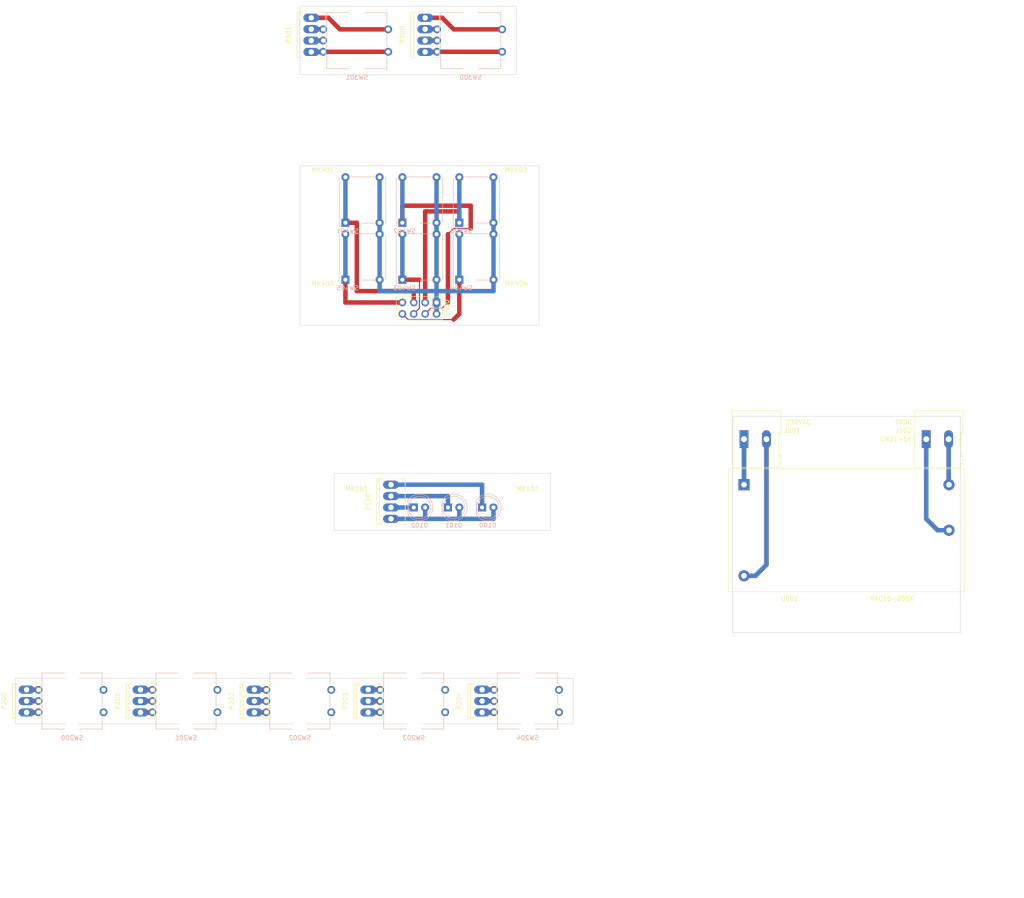
<source format=kicad_pcb>
(kicad_pcb (version 4) (host pcbnew 4.0.6)

  (general
    (links 60)
    (no_connects 0)
    (area 25.349999 -0.050001 236.270001 160.070001)
    (thickness 1.6)
    (drawings 63)
    (tracks 121)
    (zones 0)
    (modules 37)
    (nets 39)
  )

  (page A4)
  (layers
    (0 F.Cu signal)
    (31 B.Cu signal)
    (32 B.Adhes user)
    (33 F.Adhes user)
    (34 B.Paste user)
    (35 F.Paste user)
    (36 B.SilkS user)
    (37 F.SilkS user)
    (38 B.Mask user)
    (39 F.Mask user)
    (40 Dwgs.User user)
    (41 Cmts.User user)
    (42 Eco1.User user)
    (43 Eco2.User user)
    (44 Edge.Cuts user)
    (45 Margin user)
    (46 B.CrtYd user)
    (47 F.CrtYd user)
    (48 B.Fab user)
    (49 F.Fab user)
  )

  (setup
    (last_trace_width 0.25)
    (user_trace_width 1)
    (trace_clearance 0.2)
    (zone_clearance 0.25)
    (zone_45_only no)
    (trace_min 0.2)
    (segment_width 0.2)
    (edge_width 0.1)
    (via_size 0.6)
    (via_drill 0.4)
    (via_min_size 0.4)
    (via_min_drill 0.3)
    (uvia_size 0.3)
    (uvia_drill 0.1)
    (uvias_allowed no)
    (uvia_min_size 0.2)
    (uvia_min_drill 0.1)
    (pcb_text_width 0.3)
    (pcb_text_size 1.5 1.5)
    (mod_edge_width 0.15)
    (mod_text_size 1 1)
    (mod_text_width 0.15)
    (pad_size 3.2 3.2)
    (pad_drill 3.2)
    (pad_to_mask_clearance 0)
    (aux_axis_origin 0 0)
    (visible_elements 7FFFFFFF)
    (pcbplotparams
      (layerselection 0x010f0_80000001)
      (usegerberextensions true)
      (excludeedgelayer true)
      (linewidth 0.100000)
      (plotframeref false)
      (viasonmask false)
      (mode 1)
      (useauxorigin false)
      (hpglpennumber 1)
      (hpglpenspeed 20)
      (hpglpendiameter 15)
      (hpglpenoverlay 2)
      (psnegative false)
      (psa4output false)
      (plotreference true)
      (plotvalue true)
      (plotinvisibletext false)
      (padsonsilk false)
      (subtractmaskfromsilk false)
      (outputformat 1)
      (mirror false)
      (drillshape 0)
      (scaleselection 1)
      (outputdirectory gerber/))
  )

  (net 0 "")
  (net 1 "Net-(D100-Pad1)")
  (net 2 "Net-(D100-Pad2)")
  (net 3 "Net-(D101-Pad1)")
  (net 4 "Net-(D102-Pad1)")
  (net 5 "Net-(P200-Pad1)")
  (net 6 "Net-(P200-Pad2)")
  (net 7 "Net-(P200-Pad3)")
  (net 8 "Net-(P201-Pad1)")
  (net 9 "Net-(P201-Pad2)")
  (net 10 "Net-(P201-Pad3)")
  (net 11 "Net-(P202-Pad1)")
  (net 12 "Net-(P202-Pad2)")
  (net 13 "Net-(P202-Pad3)")
  (net 14 "Net-(P203-Pad1)")
  (net 15 "Net-(P203-Pad2)")
  (net 16 "Net-(P203-Pad3)")
  (net 17 "Net-(P204-Pad1)")
  (net 18 "Net-(P204-Pad2)")
  (net 19 "Net-(P204-Pad3)")
  (net 20 "Net-(P300-Pad1)")
  (net 21 "Net-(P300-Pad2)")
  (net 22 "Net-(P300-Pad3)")
  (net 23 "Net-(P300-Pad4)")
  (net 24 "Net-(P301-Pad1)")
  (net 25 "Net-(P301-Pad2)")
  (net 26 "Net-(P301-Pad3)")
  (net 27 "Net-(P301-Pad4)")
  (net 28 "Net-(P400-Pad1)")
  (net 29 "Net-(P400-Pad3)")
  (net 30 "Net-(P400-Pad4)")
  (net 31 "Net-(P400-Pad5)")
  (net 32 "Net-(P400-Pad6)")
  (net 33 "Net-(P400-Pad7)")
  (net 34 "Net-(P400-Pad8)")
  (net 35 "Net-(J501-Pad1)")
  (net 36 "Net-(J501-Pad2)")
  (net 37 "Net-(J502-Pad1)")
  (net 38 "Net-(J502-Pad2)")

  (net_class Default "This is the default net class."
    (clearance 0.2)
    (trace_width 0.25)
    (via_dia 0.6)
    (via_drill 0.4)
    (uvia_dia 0.3)
    (uvia_drill 0.1)
    (add_net "Net-(D100-Pad1)")
    (add_net "Net-(D100-Pad2)")
    (add_net "Net-(D101-Pad1)")
    (add_net "Net-(D102-Pad1)")
    (add_net "Net-(P200-Pad1)")
    (add_net "Net-(P200-Pad2)")
    (add_net "Net-(P200-Pad3)")
    (add_net "Net-(P201-Pad1)")
    (add_net "Net-(P201-Pad2)")
    (add_net "Net-(P201-Pad3)")
    (add_net "Net-(P202-Pad1)")
    (add_net "Net-(P202-Pad2)")
    (add_net "Net-(P202-Pad3)")
    (add_net "Net-(P203-Pad1)")
    (add_net "Net-(P203-Pad2)")
    (add_net "Net-(P203-Pad3)")
    (add_net "Net-(P204-Pad1)")
    (add_net "Net-(P204-Pad2)")
    (add_net "Net-(P204-Pad3)")
    (add_net "Net-(P300-Pad1)")
    (add_net "Net-(P300-Pad2)")
    (add_net "Net-(P300-Pad3)")
    (add_net "Net-(P300-Pad4)")
    (add_net "Net-(P301-Pad1)")
    (add_net "Net-(P301-Pad2)")
    (add_net "Net-(P301-Pad3)")
    (add_net "Net-(P301-Pad4)")
    (add_net "Net-(P400-Pad1)")
    (add_net "Net-(P400-Pad3)")
    (add_net "Net-(P400-Pad4)")
    (add_net "Net-(P400-Pad5)")
    (add_net "Net-(P400-Pad6)")
    (add_net "Net-(P400-Pad7)")
    (add_net "Net-(P400-Pad8)")
  )

  (net_class Power ""
    (clearance 0.2)
    (trace_width 0.45)
    (via_dia 0.6)
    (via_drill 0.4)
    (uvia_dia 0.3)
    (uvia_drill 0.1)
    (add_net "Net-(J501-Pad1)")
    (add_net "Net-(J501-Pad2)")
    (add_net "Net-(J502-Pad1)")
    (add_net "Net-(J502-Pad2)")
  )

  (module pedale-vite:SW_MEC_5GTH9 (layer B.Cu) (tedit 5B8669AC) (tstamp 5D8A3DD2)
    (at 111.76 60.96)
    (descr "MEC 5G single pole normally-open tactile switch https://cdn.sos.sk/productdata/80/f6/aabf7be6/5gth9358222.pdf")
    (tags "switch normally-open pushbutton push-button")
    (path /5D8A11C9/5D8B491C)
    (fp_text reference SW403 (at 0.475 1.85 180) (layer B.SilkS)
      (effects (font (size 1 1) (thickness 0.15)) (justify mirror))
    )
    (fp_text value DOWN (at 3.8 -13 180) (layer B.Fab)
      (effects (font (size 1 1) (thickness 0.15)) (justify mirror))
    )
    (fp_line (start -1.49 1.15) (end 9.11 1.15) (layer B.CrtYd) (width 0.05))
    (fp_line (start 9.11 1.15) (end 9.11 -11.31) (layer B.CrtYd) (width 0.05))
    (fp_line (start 9.11 -11.31) (end -1.49 -11.31) (layer B.CrtYd) (width 0.05))
    (fp_line (start -1.49 -11.3) (end -1.49 1.15) (layer B.CrtYd) (width 0.05))
    (fp_line (start 8.97 -0.04) (end 8.97 -10.12) (layer B.SilkS) (width 0.12))
    (fp_line (start 1.16 -10.24) (end 6.46 -10.24) (layer B.SilkS) (width 0.12))
    (fp_line (start 6.46 0.08) (end 3.81 0.08) (layer B.SilkS) (width 0.12))
    (fp_text user %R (at 3.76 -5.03 180) (layer B.Fab)
      (effects (font (size 1 1) (thickness 0.15)) (justify mirror))
    )
    (fp_line (start -1.24 -10.13) (end -1.24 -1.03) (layer B.Fab) (width 0.1))
    (fp_line (start -0.24 -0.03) (end 8.86 -0.03) (layer B.Fab) (width 0.1))
    (fp_line (start 8.86 -0.03) (end 8.86 -10.13) (layer B.Fab) (width 0.1))
    (fp_line (start 8.86 -10.13) (end -1.240004 -10.13) (layer B.Fab) (width 0.1))
    (fp_line (start -1.35 0.9) (end -1.35 -10.11) (layer B.SilkS) (width 0.12))
    (fp_line (start -0.24 -0.03) (end -1.24 -1.03) (layer B.Fab) (width 0.1))
    (pad 2 thru_hole circle (at 7.62 0 270) (size 1.8 1.8) (drill 0.9) (layers *.Cu *.Mask)
      (net 28 "Net-(P400-Pad1)"))
    (pad 2 thru_hole circle (at 7.62 -10.16 270) (size 1.8 1.8) (drill 0.9) (layers *.Cu *.Mask)
      (net 28 "Net-(P400-Pad1)"))
    (pad 1 thru_hole rect (at 0 0 270) (size 1.8 1.8) (drill 0.9) (layers *.Cu *.Mask)
      (net 32 "Net-(P400-Pad6)"))
    (pad 1 thru_hole circle (at 0 -10.16 270) (size 1.8 1.8) (drill 0.9) (layers *.Cu *.Mask)
      (net 32 "Net-(P400-Pad6)"))
    (model ${KISYS3DMOD}/Button_Switch_THT.3dshapes/SW_MEC_5GTH9.wrl
      (at (xyz 0 0 0))
      (scale (xyz 1 1 1))
      (rotate (xyz 0 0 0))
    )
  )

  (module LEDs:LED_D5.0mm (layer B.Cu) (tedit 5995936A) (tstamp 5D8A3C1D)
    (at 129.54 111.76)
    (descr "LED, diameter 5.0mm, 2 pins, http://cdn-reichelt.de/documents/datenblatt/A500/LL-504BC2E-009.pdf")
    (tags "LED diameter 5.0mm 2 pins")
    (path /5D89DA36/5D8A5BF4)
    (fp_text reference D100 (at 1.27 3.96) (layer B.SilkS)
      (effects (font (size 1 1) (thickness 0.15)) (justify mirror))
    )
    (fp_text value "0 RED" (at 1.27 -3.96) (layer B.Fab)
      (effects (font (size 1 1) (thickness 0.15)) (justify mirror))
    )
    (fp_arc (start 1.27 0) (end -1.23 1.469694) (angle -299.1) (layer B.Fab) (width 0.1))
    (fp_arc (start 1.27 0) (end -1.29 1.54483) (angle -148.9) (layer B.SilkS) (width 0.12))
    (fp_arc (start 1.27 0) (end -1.29 -1.54483) (angle 148.9) (layer B.SilkS) (width 0.12))
    (fp_circle (center 1.27 0) (end 3.77 0) (layer B.Fab) (width 0.1))
    (fp_circle (center 1.27 0) (end 3.77 0) (layer B.SilkS) (width 0.12))
    (fp_line (start -1.23 1.469694) (end -1.23 -1.469694) (layer B.Fab) (width 0.1))
    (fp_line (start -1.29 1.545) (end -1.29 -1.545) (layer B.SilkS) (width 0.12))
    (fp_line (start -1.95 3.25) (end -1.95 -3.25) (layer B.CrtYd) (width 0.05))
    (fp_line (start -1.95 -3.25) (end 4.5 -3.25) (layer B.CrtYd) (width 0.05))
    (fp_line (start 4.5 -3.25) (end 4.5 3.25) (layer B.CrtYd) (width 0.05))
    (fp_line (start 4.5 3.25) (end -1.95 3.25) (layer B.CrtYd) (width 0.05))
    (fp_text user %R (at 1.25 0) (layer B.Fab)
      (effects (font (size 0.8 0.8) (thickness 0.2)) (justify mirror))
    )
    (pad 1 thru_hole rect (at 0 0) (size 1.8 1.8) (drill 0.9) (layers *.Cu *.Mask)
      (net 1 "Net-(D100-Pad1)"))
    (pad 2 thru_hole circle (at 2.54 0) (size 1.8 1.8) (drill 0.9) (layers *.Cu *.Mask)
      (net 2 "Net-(D100-Pad2)"))
    (model ${KISYS3DMOD}/LEDs.3dshapes/LED_D5.0mm.wrl
      (at (xyz 0 0 0))
      (scale (xyz 0.393701 0.393701 0.393701))
      (rotate (xyz 0 0 0))
    )
  )

  (module LEDs:LED_D5.0mm (layer B.Cu) (tedit 5995936A) (tstamp 5D8A3C23)
    (at 121.92 111.76)
    (descr "LED, diameter 5.0mm, 2 pins, http://cdn-reichelt.de/documents/datenblatt/A500/LL-504BC2E-009.pdf")
    (tags "LED diameter 5.0mm 2 pins")
    (path /5D89DA36/5D8A5C38)
    (fp_text reference D101 (at 1.27 3.96) (layer B.SilkS)
      (effects (font (size 1 1) (thickness 0.15)) (justify mirror))
    )
    (fp_text value "1 GREEN" (at 1.27 -3.96) (layer B.Fab)
      (effects (font (size 1 1) (thickness 0.15)) (justify mirror))
    )
    (fp_arc (start 1.27 0) (end -1.23 1.469694) (angle -299.1) (layer B.Fab) (width 0.1))
    (fp_arc (start 1.27 0) (end -1.29 1.54483) (angle -148.9) (layer B.SilkS) (width 0.12))
    (fp_arc (start 1.27 0) (end -1.29 -1.54483) (angle 148.9) (layer B.SilkS) (width 0.12))
    (fp_circle (center 1.27 0) (end 3.77 0) (layer B.Fab) (width 0.1))
    (fp_circle (center 1.27 0) (end 3.77 0) (layer B.SilkS) (width 0.12))
    (fp_line (start -1.23 1.469694) (end -1.23 -1.469694) (layer B.Fab) (width 0.1))
    (fp_line (start -1.29 1.545) (end -1.29 -1.545) (layer B.SilkS) (width 0.12))
    (fp_line (start -1.95 3.25) (end -1.95 -3.25) (layer B.CrtYd) (width 0.05))
    (fp_line (start -1.95 -3.25) (end 4.5 -3.25) (layer B.CrtYd) (width 0.05))
    (fp_line (start 4.5 -3.25) (end 4.5 3.25) (layer B.CrtYd) (width 0.05))
    (fp_line (start 4.5 3.25) (end -1.95 3.25) (layer B.CrtYd) (width 0.05))
    (fp_text user %R (at 1.25 0) (layer B.Fab)
      (effects (font (size 0.8 0.8) (thickness 0.2)) (justify mirror))
    )
    (pad 1 thru_hole rect (at 0 0) (size 1.8 1.8) (drill 0.9) (layers *.Cu *.Mask)
      (net 3 "Net-(D101-Pad1)"))
    (pad 2 thru_hole circle (at 2.54 0) (size 1.8 1.8) (drill 0.9) (layers *.Cu *.Mask)
      (net 2 "Net-(D100-Pad2)"))
    (model ${KISYS3DMOD}/LEDs.3dshapes/LED_D5.0mm.wrl
      (at (xyz 0 0 0))
      (scale (xyz 0.393701 0.393701 0.393701))
      (rotate (xyz 0 0 0))
    )
  )

  (module LEDs:LED_D5.0mm (layer B.Cu) (tedit 5995936A) (tstamp 5D8A3C29)
    (at 114.3 111.76)
    (descr "LED, diameter 5.0mm, 2 pins, http://cdn-reichelt.de/documents/datenblatt/A500/LL-504BC2E-009.pdf")
    (tags "LED diameter 5.0mm 2 pins")
    (path /5D89DA36/5D8A5C5A)
    (fp_text reference D102 (at 1.27 3.96) (layer B.SilkS)
      (effects (font (size 1 1) (thickness 0.15)) (justify mirror))
    )
    (fp_text value "2 RED" (at 1.27 -3.96) (layer B.Fab)
      (effects (font (size 1 1) (thickness 0.15)) (justify mirror))
    )
    (fp_arc (start 1.27 0) (end -1.23 1.469694) (angle -299.1) (layer B.Fab) (width 0.1))
    (fp_arc (start 1.27 0) (end -1.29 1.54483) (angle -148.9) (layer B.SilkS) (width 0.12))
    (fp_arc (start 1.27 0) (end -1.29 -1.54483) (angle 148.9) (layer B.SilkS) (width 0.12))
    (fp_circle (center 1.27 0) (end 3.77 0) (layer B.Fab) (width 0.1))
    (fp_circle (center 1.27 0) (end 3.77 0) (layer B.SilkS) (width 0.12))
    (fp_line (start -1.23 1.469694) (end -1.23 -1.469694) (layer B.Fab) (width 0.1))
    (fp_line (start -1.29 1.545) (end -1.29 -1.545) (layer B.SilkS) (width 0.12))
    (fp_line (start -1.95 3.25) (end -1.95 -3.25) (layer B.CrtYd) (width 0.05))
    (fp_line (start -1.95 -3.25) (end 4.5 -3.25) (layer B.CrtYd) (width 0.05))
    (fp_line (start 4.5 -3.25) (end 4.5 3.25) (layer B.CrtYd) (width 0.05))
    (fp_line (start 4.5 3.25) (end -1.95 3.25) (layer B.CrtYd) (width 0.05))
    (fp_text user %R (at 1.25 0) (layer B.Fab)
      (effects (font (size 0.8 0.8) (thickness 0.2)) (justify mirror))
    )
    (pad 1 thru_hole rect (at 0 0) (size 1.8 1.8) (drill 0.9) (layers *.Cu *.Mask)
      (net 4 "Net-(D102-Pad1)"))
    (pad 2 thru_hole circle (at 2.54 0) (size 1.8 1.8) (drill 0.9) (layers *.Cu *.Mask)
      (net 2 "Net-(D100-Pad2)"))
    (model ${KISYS3DMOD}/LEDs.3dshapes/LED_D5.0mm.wrl
      (at (xyz 0 0 0))
      (scale (xyz 0.393701 0.393701 0.393701))
      (rotate (xyz 0 0 0))
    )
  )

  (module Sockets_MOLEX_KK-System:Socket_MOLEX-KK-RM2-54mm_Lock_4pin_straight (layer F.Cu) (tedit 0) (tstamp 5D8A3C31)
    (at 109.22 110.49 90)
    (descr "Socket, MOLEX, KK, RM 2.54mm, Lock, 4pin, straight,")
    (tags "Socket, MOLEX, KK, RM 2.54mm, Lock, 4pin, straight,")
    (path /5D89DA36/5D8A6868)
    (fp_text reference P100 (at 0 -5.08 90) (layer F.SilkS)
      (effects (font (size 1 1) (thickness 0.15)))
    )
    (fp_text value LEDS (at 0 5.08 90) (layer F.Fab)
      (effects (font (size 1 1) (thickness 0.15)))
    )
    (fp_line (start 5.08 -2.54) (end -5.08 -2.54) (layer F.SilkS) (width 0.15))
    (fp_line (start 5.08 1.905) (end 5.08 3.175) (layer F.SilkS) (width 0.15))
    (fp_line (start -5.08 -1.905) (end -5.08 -3.175) (layer F.SilkS) (width 0.15))
    (fp_line (start -5.08 -3.175) (end 5.08 -3.175) (layer F.SilkS) (width 0.15))
    (fp_line (start 5.08 -3.175) (end 5.08 -1.905) (layer F.SilkS) (width 0.15))
    (fp_line (start 5.08 3.175) (end -5.08 3.175) (layer F.SilkS) (width 0.15))
    (fp_line (start -5.08 3.175) (end -5.08 1.905) (layer F.SilkS) (width 0.15))
    (pad 1 thru_hole oval (at -3.81 0 90) (size 1.80086 3.50012) (drill 1.19888) (layers *.Cu *.Mask)
      (net 2 "Net-(D100-Pad2)"))
    (pad 2 thru_hole oval (at -1.27 0 90) (size 1.80086 3.50012) (drill 1.19888) (layers *.Cu *.Mask)
      (net 4 "Net-(D102-Pad1)"))
    (pad 3 thru_hole oval (at 1.27 0 90) (size 1.80086 3.50012) (drill 1.19888) (layers *.Cu *.Mask)
      (net 3 "Net-(D101-Pad1)"))
    (pad 4 thru_hole oval (at 3.81 0 90) (size 1.80086 3.50012) (drill 1.19888) (layers *.Cu *.Mask)
      (net 1 "Net-(D100-Pad1)"))
  )

  (module Sockets_MOLEX_KK-System:Socket_MOLEX-KK-RM2-54mm_Lock_3pin_straight (layer F.Cu) (tedit 0) (tstamp 5D8A3C38)
    (at 27.94 154.94 90)
    (descr "Socket, MOLEX, KK, RM 2.54mm, Lock, 3pin, straight,")
    (tags "Socket, MOLEX, KK, RM 2.54mm, Lock, 3pin, straight,")
    (path /5D89E30D/5D8A82E1)
    (fp_text reference P200 (at 0 -5.08 90) (layer F.SilkS)
      (effects (font (size 1 1) (thickness 0.15)))
    )
    (fp_text value "ROTENC 1" (at 0 5.08 90) (layer F.Fab)
      (effects (font (size 1 1) (thickness 0.15)))
    )
    (fp_line (start 3.81 -2.54) (end -3.81 -2.54) (layer F.SilkS) (width 0.15))
    (fp_line (start 3.81 1.905) (end 3.81 3.175) (layer F.SilkS) (width 0.15))
    (fp_line (start -3.81 -1.905) (end -3.81 -3.175) (layer F.SilkS) (width 0.15))
    (fp_line (start -3.81 -3.175) (end 3.81 -3.175) (layer F.SilkS) (width 0.15))
    (fp_line (start 3.81 -3.175) (end 3.81 -1.905) (layer F.SilkS) (width 0.15))
    (fp_line (start 3.81 3.175) (end -3.81 3.175) (layer F.SilkS) (width 0.15))
    (fp_line (start -3.81 3.175) (end -3.81 1.905) (layer F.SilkS) (width 0.15))
    (pad 1 thru_hole oval (at -2.54 0 90) (size 1.80086 3.50012) (drill 1.19888) (layers *.Cu *.Mask)
      (net 5 "Net-(P200-Pad1)"))
    (pad 2 thru_hole oval (at 0 0 90) (size 1.80086 3.50012) (drill 1.19888) (layers *.Cu *.Mask)
      (net 6 "Net-(P200-Pad2)"))
    (pad 3 thru_hole oval (at 2.54 0 90) (size 1.80086 3.50012) (drill 1.19888) (layers *.Cu *.Mask)
      (net 7 "Net-(P200-Pad3)"))
  )

  (module Sockets_MOLEX_KK-System:Socket_MOLEX-KK-RM2-54mm_Lock_3pin_straight (layer F.Cu) (tedit 0) (tstamp 5D8A3C3F)
    (at 53.34 154.94 90)
    (descr "Socket, MOLEX, KK, RM 2.54mm, Lock, 3pin, straight,")
    (tags "Socket, MOLEX, KK, RM 2.54mm, Lock, 3pin, straight,")
    (path /5D89E30D/5D8A82E8)
    (fp_text reference P201 (at 0 -5.08 90) (layer F.SilkS)
      (effects (font (size 1 1) (thickness 0.15)))
    )
    (fp_text value "ROTENC 2" (at 0 5.08 90) (layer F.Fab)
      (effects (font (size 1 1) (thickness 0.15)))
    )
    (fp_line (start 3.81 -2.54) (end -3.81 -2.54) (layer F.SilkS) (width 0.15))
    (fp_line (start 3.81 1.905) (end 3.81 3.175) (layer F.SilkS) (width 0.15))
    (fp_line (start -3.81 -1.905) (end -3.81 -3.175) (layer F.SilkS) (width 0.15))
    (fp_line (start -3.81 -3.175) (end 3.81 -3.175) (layer F.SilkS) (width 0.15))
    (fp_line (start 3.81 -3.175) (end 3.81 -1.905) (layer F.SilkS) (width 0.15))
    (fp_line (start 3.81 3.175) (end -3.81 3.175) (layer F.SilkS) (width 0.15))
    (fp_line (start -3.81 3.175) (end -3.81 1.905) (layer F.SilkS) (width 0.15))
    (pad 1 thru_hole oval (at -2.54 0 90) (size 1.80086 3.50012) (drill 1.19888) (layers *.Cu *.Mask)
      (net 8 "Net-(P201-Pad1)"))
    (pad 2 thru_hole oval (at 0 0 90) (size 1.80086 3.50012) (drill 1.19888) (layers *.Cu *.Mask)
      (net 9 "Net-(P201-Pad2)"))
    (pad 3 thru_hole oval (at 2.54 0 90) (size 1.80086 3.50012) (drill 1.19888) (layers *.Cu *.Mask)
      (net 10 "Net-(P201-Pad3)"))
  )

  (module Sockets_MOLEX_KK-System:Socket_MOLEX-KK-RM2-54mm_Lock_3pin_straight (layer F.Cu) (tedit 0) (tstamp 5D8A3C46)
    (at 78.74 154.94 90)
    (descr "Socket, MOLEX, KK, RM 2.54mm, Lock, 3pin, straight,")
    (tags "Socket, MOLEX, KK, RM 2.54mm, Lock, 3pin, straight,")
    (path /5D89E30D/5D8A82EF)
    (fp_text reference P202 (at 0 -5.08 90) (layer F.SilkS)
      (effects (font (size 1 1) (thickness 0.15)))
    )
    (fp_text value "ROTENC 3" (at 0 5.08 90) (layer F.Fab)
      (effects (font (size 1 1) (thickness 0.15)))
    )
    (fp_line (start 3.81 -2.54) (end -3.81 -2.54) (layer F.SilkS) (width 0.15))
    (fp_line (start 3.81 1.905) (end 3.81 3.175) (layer F.SilkS) (width 0.15))
    (fp_line (start -3.81 -1.905) (end -3.81 -3.175) (layer F.SilkS) (width 0.15))
    (fp_line (start -3.81 -3.175) (end 3.81 -3.175) (layer F.SilkS) (width 0.15))
    (fp_line (start 3.81 -3.175) (end 3.81 -1.905) (layer F.SilkS) (width 0.15))
    (fp_line (start 3.81 3.175) (end -3.81 3.175) (layer F.SilkS) (width 0.15))
    (fp_line (start -3.81 3.175) (end -3.81 1.905) (layer F.SilkS) (width 0.15))
    (pad 1 thru_hole oval (at -2.54 0 90) (size 1.80086 3.50012) (drill 1.19888) (layers *.Cu *.Mask)
      (net 11 "Net-(P202-Pad1)"))
    (pad 2 thru_hole oval (at 0 0 90) (size 1.80086 3.50012) (drill 1.19888) (layers *.Cu *.Mask)
      (net 12 "Net-(P202-Pad2)"))
    (pad 3 thru_hole oval (at 2.54 0 90) (size 1.80086 3.50012) (drill 1.19888) (layers *.Cu *.Mask)
      (net 13 "Net-(P202-Pad3)"))
  )

  (module Sockets_MOLEX_KK-System:Socket_MOLEX-KK-RM2-54mm_Lock_3pin_straight (layer F.Cu) (tedit 0) (tstamp 5D8A3C4D)
    (at 104.14 154.94 90)
    (descr "Socket, MOLEX, KK, RM 2.54mm, Lock, 3pin, straight,")
    (tags "Socket, MOLEX, KK, RM 2.54mm, Lock, 3pin, straight,")
    (path /5D89E30D/5D8A82F6)
    (fp_text reference P203 (at 0 -5.08 90) (layer F.SilkS)
      (effects (font (size 1 1) (thickness 0.15)))
    )
    (fp_text value "ROTENC 4" (at 0 5.08 90) (layer F.Fab)
      (effects (font (size 1 1) (thickness 0.15)))
    )
    (fp_line (start 3.81 -2.54) (end -3.81 -2.54) (layer F.SilkS) (width 0.15))
    (fp_line (start 3.81 1.905) (end 3.81 3.175) (layer F.SilkS) (width 0.15))
    (fp_line (start -3.81 -1.905) (end -3.81 -3.175) (layer F.SilkS) (width 0.15))
    (fp_line (start -3.81 -3.175) (end 3.81 -3.175) (layer F.SilkS) (width 0.15))
    (fp_line (start 3.81 -3.175) (end 3.81 -1.905) (layer F.SilkS) (width 0.15))
    (fp_line (start 3.81 3.175) (end -3.81 3.175) (layer F.SilkS) (width 0.15))
    (fp_line (start -3.81 3.175) (end -3.81 1.905) (layer F.SilkS) (width 0.15))
    (pad 1 thru_hole oval (at -2.54 0 90) (size 1.80086 3.50012) (drill 1.19888) (layers *.Cu *.Mask)
      (net 14 "Net-(P203-Pad1)"))
    (pad 2 thru_hole oval (at 0 0 90) (size 1.80086 3.50012) (drill 1.19888) (layers *.Cu *.Mask)
      (net 15 "Net-(P203-Pad2)"))
    (pad 3 thru_hole oval (at 2.54 0 90) (size 1.80086 3.50012) (drill 1.19888) (layers *.Cu *.Mask)
      (net 16 "Net-(P203-Pad3)"))
  )

  (module Sockets_MOLEX_KK-System:Socket_MOLEX-KK-RM2-54mm_Lock_3pin_straight (layer F.Cu) (tedit 0) (tstamp 5D8A3C54)
    (at 129.54 154.94 90)
    (descr "Socket, MOLEX, KK, RM 2.54mm, Lock, 3pin, straight,")
    (tags "Socket, MOLEX, KK, RM 2.54mm, Lock, 3pin, straight,")
    (path /5D89E30D/5D8A82DA)
    (fp_text reference P204 (at 0 -5.08 90) (layer F.SilkS)
      (effects (font (size 1 1) (thickness 0.15)))
    )
    (fp_text value "ROTENC 5" (at 0 5.08 90) (layer F.Fab)
      (effects (font (size 1 1) (thickness 0.15)))
    )
    (fp_line (start 3.81 -2.54) (end -3.81 -2.54) (layer F.SilkS) (width 0.15))
    (fp_line (start 3.81 1.905) (end 3.81 3.175) (layer F.SilkS) (width 0.15))
    (fp_line (start -3.81 -1.905) (end -3.81 -3.175) (layer F.SilkS) (width 0.15))
    (fp_line (start -3.81 -3.175) (end 3.81 -3.175) (layer F.SilkS) (width 0.15))
    (fp_line (start 3.81 -3.175) (end 3.81 -1.905) (layer F.SilkS) (width 0.15))
    (fp_line (start 3.81 3.175) (end -3.81 3.175) (layer F.SilkS) (width 0.15))
    (fp_line (start -3.81 3.175) (end -3.81 1.905) (layer F.SilkS) (width 0.15))
    (pad 1 thru_hole oval (at -2.54 0 90) (size 1.80086 3.50012) (drill 1.19888) (layers *.Cu *.Mask)
      (net 17 "Net-(P204-Pad1)"))
    (pad 2 thru_hole oval (at 0 0 90) (size 1.80086 3.50012) (drill 1.19888) (layers *.Cu *.Mask)
      (net 18 "Net-(P204-Pad2)"))
    (pad 3 thru_hole oval (at 2.54 0 90) (size 1.80086 3.50012) (drill 1.19888) (layers *.Cu *.Mask)
      (net 19 "Net-(P204-Pad3)"))
  )

  (module Sockets_MOLEX_KK-System:Socket_MOLEX-KK-RM2-54mm_Lock_4pin_straight (layer F.Cu) (tedit 0) (tstamp 5D8A3C5C)
    (at 116.84 6.35 90)
    (descr "Socket, MOLEX, KK, RM 2.54mm, Lock, 4pin, straight,")
    (tags "Socket, MOLEX, KK, RM 2.54mm, Lock, 4pin, straight,")
    (path /5D89EAEE/5D8A84B6)
    (fp_text reference P300 (at 0 -5.08 90) (layer F.SilkS)
      (effects (font (size 1 1) (thickness 0.15)))
    )
    (fp_text value "ROTENC 6 SW" (at 0 5.08 90) (layer F.Fab)
      (effects (font (size 1 1) (thickness 0.15)))
    )
    (fp_line (start 5.08 -2.54) (end -5.08 -2.54) (layer F.SilkS) (width 0.15))
    (fp_line (start 5.08 1.905) (end 5.08 3.175) (layer F.SilkS) (width 0.15))
    (fp_line (start -5.08 -1.905) (end -5.08 -3.175) (layer F.SilkS) (width 0.15))
    (fp_line (start -5.08 -3.175) (end 5.08 -3.175) (layer F.SilkS) (width 0.15))
    (fp_line (start 5.08 -3.175) (end 5.08 -1.905) (layer F.SilkS) (width 0.15))
    (fp_line (start 5.08 3.175) (end -5.08 3.175) (layer F.SilkS) (width 0.15))
    (fp_line (start -5.08 3.175) (end -5.08 1.905) (layer F.SilkS) (width 0.15))
    (pad 1 thru_hole oval (at -3.81 0 90) (size 1.80086 3.50012) (drill 1.19888) (layers *.Cu *.Mask)
      (net 20 "Net-(P300-Pad1)"))
    (pad 2 thru_hole oval (at -1.27 0 90) (size 1.80086 3.50012) (drill 1.19888) (layers *.Cu *.Mask)
      (net 21 "Net-(P300-Pad2)"))
    (pad 3 thru_hole oval (at 1.27 0 90) (size 1.80086 3.50012) (drill 1.19888) (layers *.Cu *.Mask)
      (net 22 "Net-(P300-Pad3)"))
    (pad 4 thru_hole oval (at 3.81 0 90) (size 1.80086 3.50012) (drill 1.19888) (layers *.Cu *.Mask)
      (net 23 "Net-(P300-Pad4)"))
  )

  (module Sockets_MOLEX_KK-System:Socket_MOLEX-KK-RM2-54mm_Lock_4pin_straight (layer F.Cu) (tedit 0) (tstamp 5D8A3C64)
    (at 91.44 6.35 90)
    (descr "Socket, MOLEX, KK, RM 2.54mm, Lock, 4pin, straight,")
    (tags "Socket, MOLEX, KK, RM 2.54mm, Lock, 4pin, straight,")
    (path /5D89EAEE/5D8A84AF)
    (fp_text reference P301 (at 0 -5.08 90) (layer F.SilkS)
      (effects (font (size 1 1) (thickness 0.15)))
    )
    (fp_text value "ROTENC 7 SW" (at 0 5.08 90) (layer F.Fab)
      (effects (font (size 1 1) (thickness 0.15)))
    )
    (fp_line (start 5.08 -2.54) (end -5.08 -2.54) (layer F.SilkS) (width 0.15))
    (fp_line (start 5.08 1.905) (end 5.08 3.175) (layer F.SilkS) (width 0.15))
    (fp_line (start -5.08 -1.905) (end -5.08 -3.175) (layer F.SilkS) (width 0.15))
    (fp_line (start -5.08 -3.175) (end 5.08 -3.175) (layer F.SilkS) (width 0.15))
    (fp_line (start 5.08 -3.175) (end 5.08 -1.905) (layer F.SilkS) (width 0.15))
    (fp_line (start 5.08 3.175) (end -5.08 3.175) (layer F.SilkS) (width 0.15))
    (fp_line (start -5.08 3.175) (end -5.08 1.905) (layer F.SilkS) (width 0.15))
    (pad 1 thru_hole oval (at -3.81 0 90) (size 1.80086 3.50012) (drill 1.19888) (layers *.Cu *.Mask)
      (net 24 "Net-(P301-Pad1)"))
    (pad 2 thru_hole oval (at -1.27 0 90) (size 1.80086 3.50012) (drill 1.19888) (layers *.Cu *.Mask)
      (net 25 "Net-(P301-Pad2)"))
    (pad 3 thru_hole oval (at 1.27 0 90) (size 1.80086 3.50012) (drill 1.19888) (layers *.Cu *.Mask)
      (net 26 "Net-(P301-Pad3)"))
    (pad 4 thru_hole oval (at 3.81 0 90) (size 1.80086 3.50012) (drill 1.19888) (layers *.Cu *.Mask)
      (net 27 "Net-(P301-Pad4)"))
  )

  (module Pin_Headers:Pin_Header_Straight_2x04_Pitch2.54mm (layer F.Cu) (tedit 59650532) (tstamp 5D8A3C70)
    (at 119.38 66.04 270)
    (descr "Through hole straight pin header, 2x04, 2.54mm pitch, double rows")
    (tags "Through hole pin header THT 2x04 2.54mm double row")
    (path /5D8A11C9/5D8AB70B)
    (fp_text reference P400 (at 1.27 -2.33 270) (layer F.SilkS)
      (effects (font (size 1 1) (thickness 0.15)))
    )
    (fp_text value "NAV SW" (at 1.27 9.95 270) (layer F.Fab)
      (effects (font (size 1 1) (thickness 0.15)))
    )
    (fp_line (start 0 -1.27) (end 3.81 -1.27) (layer F.Fab) (width 0.1))
    (fp_line (start 3.81 -1.27) (end 3.81 8.89) (layer F.Fab) (width 0.1))
    (fp_line (start 3.81 8.89) (end -1.27 8.89) (layer F.Fab) (width 0.1))
    (fp_line (start -1.27 8.89) (end -1.27 0) (layer F.Fab) (width 0.1))
    (fp_line (start -1.27 0) (end 0 -1.27) (layer F.Fab) (width 0.1))
    (fp_line (start -1.33 8.95) (end 3.87 8.95) (layer F.SilkS) (width 0.12))
    (fp_line (start -1.33 1.27) (end -1.33 8.95) (layer F.SilkS) (width 0.12))
    (fp_line (start 3.87 -1.33) (end 3.87 8.95) (layer F.SilkS) (width 0.12))
    (fp_line (start -1.33 1.27) (end 1.27 1.27) (layer F.SilkS) (width 0.12))
    (fp_line (start 1.27 1.27) (end 1.27 -1.33) (layer F.SilkS) (width 0.12))
    (fp_line (start 1.27 -1.33) (end 3.87 -1.33) (layer F.SilkS) (width 0.12))
    (fp_line (start -1.33 0) (end -1.33 -1.33) (layer F.SilkS) (width 0.12))
    (fp_line (start -1.33 -1.33) (end 0 -1.33) (layer F.SilkS) (width 0.12))
    (fp_line (start -1.8 -1.8) (end -1.8 9.4) (layer F.CrtYd) (width 0.05))
    (fp_line (start -1.8 9.4) (end 4.35 9.4) (layer F.CrtYd) (width 0.05))
    (fp_line (start 4.35 9.4) (end 4.35 -1.8) (layer F.CrtYd) (width 0.05))
    (fp_line (start 4.35 -1.8) (end -1.8 -1.8) (layer F.CrtYd) (width 0.05))
    (fp_text user %R (at 1.27 3.81 360) (layer F.Fab)
      (effects (font (size 1 1) (thickness 0.15)))
    )
    (pad 1 thru_hole rect (at 0 0 270) (size 1.7 1.7) (drill 1) (layers *.Cu *.Mask)
      (net 28 "Net-(P400-Pad1)"))
    (pad 2 thru_hole oval (at 2.54 0 270) (size 1.7 1.7) (drill 1) (layers *.Cu *.Mask)
      (net 28 "Net-(P400-Pad1)"))
    (pad 3 thru_hole oval (at 0 2.54 270) (size 1.7 1.7) (drill 1) (layers *.Cu *.Mask)
      (net 29 "Net-(P400-Pad3)"))
    (pad 4 thru_hole oval (at 2.54 2.54 270) (size 1.7 1.7) (drill 1) (layers *.Cu *.Mask)
      (net 30 "Net-(P400-Pad4)"))
    (pad 5 thru_hole oval (at 0 5.08 270) (size 1.7 1.7) (drill 1) (layers *.Cu *.Mask)
      (net 31 "Net-(P400-Pad5)"))
    (pad 6 thru_hole oval (at 2.54 5.08 270) (size 1.7 1.7) (drill 1) (layers *.Cu *.Mask)
      (net 32 "Net-(P400-Pad6)"))
    (pad 7 thru_hole oval (at 0 7.62 270) (size 1.7 1.7) (drill 1) (layers *.Cu *.Mask)
      (net 33 "Net-(P400-Pad7)"))
    (pad 8 thru_hole oval (at 2.54 7.62 270) (size 1.7 1.7) (drill 1) (layers *.Cu *.Mask)
      (net 34 "Net-(P400-Pad8)"))
    (model ${KISYS3DMOD}/Pin_Headers.3dshapes/Pin_Header_Straight_2x04_Pitch2.54mm.wrl
      (at (xyz 0 0 0))
      (scale (xyz 1 1 1))
      (rotate (xyz 0 0 0))
    )
  )

  (module pedale-vite:RotaryEncoder_Bourns_PEC11R-Switch_Vertical (layer B.Cu) (tedit 5D8A18B4) (tstamp 5D8A3C96)
    (at 38.1 154.94)
    (descr https://www.bourns.com/docs/product-datasheets/pec11r.pdf)
    (tags "Rotary encoder")
    (path /5D89E30D/5D8B5CF1)
    (fp_text reference SW200 (at 0 8.2) (layer B.SilkS)
      (effects (font (size 1 1) (thickness 0.15)) (justify mirror))
    )
    (fp_text value "PARAM 0" (at 0 -8.2) (layer B.Fab)
      (effects (font (size 1 1) (thickness 0.15)) (justify mirror))
    )
    (fp_line (start -8.62 7.53) (end 8.12 7.53) (layer B.CrtYd) (width 0.05))
    (fp_line (start 8.12 7.53) (end 8.12 -7.53) (layer B.CrtYd) (width 0.05))
    (fp_line (start 8.12 -7.53) (end -8.62 -7.53) (layer B.CrtYd) (width 0.05))
    (fp_line (start -8.62 -7.53) (end -8.62 7.53) (layer B.CrtYd) (width 0.05))
    (fp_text user %R (at 0 0) (layer B.Fab)
      (effects (font (size 1 1) (thickness 0.15)) (justify mirror))
    )
    (fp_line (start 6.7 3.6) (end 6.7 6.25) (layer B.Fab) (width 0.1))
    (fp_line (start 6.7 6.25) (end 1.75 6.25) (layer B.Fab) (width 0.1))
    (fp_line (start 6.7 -1.4) (end 6.7 1.4) (layer B.Fab) (width 0.1))
    (fp_line (start 1.75 -6.25) (end 6.7 -6.25) (layer B.Fab) (width 0.1))
    (fp_line (start 6.7 -6.25) (end 6.7 -3.6) (layer B.Fab) (width 0.1))
    (fp_line (start -6.7 -3.2) (end -6.7 -6.25) (layer B.Fab) (width 0.1))
    (fp_line (start -6.7 -6.25) (end -1.75 -6.25) (layer B.Fab) (width 0.1))
    (fp_line (start -6.7 -0.7) (end -6.7 -1.8) (layer B.Fab) (width 0.1))
    (fp_line (start -6.7 1.8) (end -6.7 0.7) (layer B.Fab) (width 0.1))
    (fp_line (start -6.7 3.2) (end -6.7 6.25) (layer B.Fab) (width 0.1))
    (fp_line (start -6.7 6.25) (end -1.75 6.25) (layer B.Fab) (width 0.1))
    (fp_line (start 6.7 -1.4) (end 6.7 1.4) (layer B.SilkS) (width 0.12))
    (fp_line (start -6.7 -0.7) (end -6.7 -1.8) (layer B.SilkS) (width 0.12))
    (fp_line (start -6.7 1.8) (end -6.7 0.7) (layer B.SilkS) (width 0.12))
    (fp_line (start -6.7 6.25) (end -6.7 3.2) (layer B.SilkS) (width 0.12))
    (fp_line (start -6.7 -6.25) (end -6.7 -3.2) (layer B.SilkS) (width 0.12))
    (fp_line (start 6.7 -6.25) (end 6.7 -3.6) (layer B.SilkS) (width 0.12))
    (fp_line (start 6.7 6.25) (end 6.7 3.6) (layer B.SilkS) (width 0.12))
    (fp_line (start 1.75 6.25) (end 6.7 6.25) (layer B.SilkS) (width 0.12))
    (fp_line (start 1.75 -6.25) (end 6.7 -6.25) (layer B.SilkS) (width 0.12))
    (fp_line (start -6.7 -6.25) (end -1.75 -6.25) (layer B.SilkS) (width 0.12))
    (fp_line (start -6.7 6.25) (end -1.75 6.25) (layer B.SilkS) (width 0.12))
    (pad "" np_thru_hole circle (at 0 -5.7) (size 3.1622 3.1622) (drill 3.1622) (layers *.Cu *.Mask))
    (pad 1 thru_hole circle (at -7.5 2.5) (size 1.75 1.75) (drill 1) (layers *.Cu *.Mask)
      (net 5 "Net-(P200-Pad1)"))
    (pad 2 thru_hole circle (at -7.5 0) (size 1.75 1.75) (drill 1) (layers *.Cu *.Mask)
      (net 6 "Net-(P200-Pad2)"))
    (pad 3 thru_hole circle (at -7.5 -2.5) (size 1.75 1.75) (drill 1) (layers *.Cu *.Mask)
      (net 7 "Net-(P200-Pad3)"))
    (pad 4 thru_hole circle (at 7 2.5) (size 1.75 1.75) (drill 1) (layers *.Cu *.Mask))
    (pad 5 thru_hole circle (at 7 -2.5) (size 1.75 1.75) (drill 1) (layers *.Cu *.Mask))
    (pad "" np_thru_hole circle (at 0 5.7) (size 3.1622 3.1622) (drill 3.1622) (layers *.Cu *.Mask))
  )

  (module pedale-vite:RotaryEncoder_Bourns_PEC11R-Switch_Vertical (layer B.Cu) (tedit 5D8A18B4) (tstamp 5D8A3CBC)
    (at 63.5 154.94)
    (descr https://www.bourns.com/docs/product-datasheets/pec11r.pdf)
    (tags "Rotary encoder")
    (path /5D89E30D/5D8B5E2F)
    (fp_text reference SW201 (at 0 8.2) (layer B.SilkS)
      (effects (font (size 1 1) (thickness 0.15)) (justify mirror))
    )
    (fp_text value "PARAM 1" (at 0 -8.2) (layer B.Fab)
      (effects (font (size 1 1) (thickness 0.15)) (justify mirror))
    )
    (fp_line (start -8.62 7.53) (end 8.12 7.53) (layer B.CrtYd) (width 0.05))
    (fp_line (start 8.12 7.53) (end 8.12 -7.53) (layer B.CrtYd) (width 0.05))
    (fp_line (start 8.12 -7.53) (end -8.62 -7.53) (layer B.CrtYd) (width 0.05))
    (fp_line (start -8.62 -7.53) (end -8.62 7.53) (layer B.CrtYd) (width 0.05))
    (fp_text user %R (at 0 0) (layer B.Fab)
      (effects (font (size 1 1) (thickness 0.15)) (justify mirror))
    )
    (fp_line (start 6.7 3.6) (end 6.7 6.25) (layer B.Fab) (width 0.1))
    (fp_line (start 6.7 6.25) (end 1.75 6.25) (layer B.Fab) (width 0.1))
    (fp_line (start 6.7 -1.4) (end 6.7 1.4) (layer B.Fab) (width 0.1))
    (fp_line (start 1.75 -6.25) (end 6.7 -6.25) (layer B.Fab) (width 0.1))
    (fp_line (start 6.7 -6.25) (end 6.7 -3.6) (layer B.Fab) (width 0.1))
    (fp_line (start -6.7 -3.2) (end -6.7 -6.25) (layer B.Fab) (width 0.1))
    (fp_line (start -6.7 -6.25) (end -1.75 -6.25) (layer B.Fab) (width 0.1))
    (fp_line (start -6.7 -0.7) (end -6.7 -1.8) (layer B.Fab) (width 0.1))
    (fp_line (start -6.7 1.8) (end -6.7 0.7) (layer B.Fab) (width 0.1))
    (fp_line (start -6.7 3.2) (end -6.7 6.25) (layer B.Fab) (width 0.1))
    (fp_line (start -6.7 6.25) (end -1.75 6.25) (layer B.Fab) (width 0.1))
    (fp_line (start 6.7 -1.4) (end 6.7 1.4) (layer B.SilkS) (width 0.12))
    (fp_line (start -6.7 -0.7) (end -6.7 -1.8) (layer B.SilkS) (width 0.12))
    (fp_line (start -6.7 1.8) (end -6.7 0.7) (layer B.SilkS) (width 0.12))
    (fp_line (start -6.7 6.25) (end -6.7 3.2) (layer B.SilkS) (width 0.12))
    (fp_line (start -6.7 -6.25) (end -6.7 -3.2) (layer B.SilkS) (width 0.12))
    (fp_line (start 6.7 -6.25) (end 6.7 -3.6) (layer B.SilkS) (width 0.12))
    (fp_line (start 6.7 6.25) (end 6.7 3.6) (layer B.SilkS) (width 0.12))
    (fp_line (start 1.75 6.25) (end 6.7 6.25) (layer B.SilkS) (width 0.12))
    (fp_line (start 1.75 -6.25) (end 6.7 -6.25) (layer B.SilkS) (width 0.12))
    (fp_line (start -6.7 -6.25) (end -1.75 -6.25) (layer B.SilkS) (width 0.12))
    (fp_line (start -6.7 6.25) (end -1.75 6.25) (layer B.SilkS) (width 0.12))
    (pad "" np_thru_hole circle (at 0 -5.7) (size 3.1622 3.1622) (drill 3.1622) (layers *.Cu *.Mask))
    (pad 1 thru_hole circle (at -7.5 2.5) (size 1.75 1.75) (drill 1) (layers *.Cu *.Mask)
      (net 8 "Net-(P201-Pad1)"))
    (pad 2 thru_hole circle (at -7.5 0) (size 1.75 1.75) (drill 1) (layers *.Cu *.Mask)
      (net 9 "Net-(P201-Pad2)"))
    (pad 3 thru_hole circle (at -7.5 -2.5) (size 1.75 1.75) (drill 1) (layers *.Cu *.Mask)
      (net 10 "Net-(P201-Pad3)"))
    (pad 4 thru_hole circle (at 7 2.5) (size 1.75 1.75) (drill 1) (layers *.Cu *.Mask))
    (pad 5 thru_hole circle (at 7 -2.5) (size 1.75 1.75) (drill 1) (layers *.Cu *.Mask))
    (pad "" np_thru_hole circle (at 0 5.7) (size 3.1622 3.1622) (drill 3.1622) (layers *.Cu *.Mask))
  )

  (module pedale-vite:RotaryEncoder_Bourns_PEC11R-Switch_Vertical (layer B.Cu) (tedit 5D8A18B4) (tstamp 5D8A3CE2)
    (at 88.9 154.94)
    (descr https://www.bourns.com/docs/product-datasheets/pec11r.pdf)
    (tags "Rotary encoder")
    (path /5D89E30D/5D8B5E6E)
    (fp_text reference SW202 (at 0 8.2) (layer B.SilkS)
      (effects (font (size 1 1) (thickness 0.15)) (justify mirror))
    )
    (fp_text value "PARAM 2" (at 0 -8.2) (layer B.Fab)
      (effects (font (size 1 1) (thickness 0.15)) (justify mirror))
    )
    (fp_line (start -8.62 7.53) (end 8.12 7.53) (layer B.CrtYd) (width 0.05))
    (fp_line (start 8.12 7.53) (end 8.12 -7.53) (layer B.CrtYd) (width 0.05))
    (fp_line (start 8.12 -7.53) (end -8.62 -7.53) (layer B.CrtYd) (width 0.05))
    (fp_line (start -8.62 -7.53) (end -8.62 7.53) (layer B.CrtYd) (width 0.05))
    (fp_text user %R (at 0 0) (layer B.Fab)
      (effects (font (size 1 1) (thickness 0.15)) (justify mirror))
    )
    (fp_line (start 6.7 3.6) (end 6.7 6.25) (layer B.Fab) (width 0.1))
    (fp_line (start 6.7 6.25) (end 1.75 6.25) (layer B.Fab) (width 0.1))
    (fp_line (start 6.7 -1.4) (end 6.7 1.4) (layer B.Fab) (width 0.1))
    (fp_line (start 1.75 -6.25) (end 6.7 -6.25) (layer B.Fab) (width 0.1))
    (fp_line (start 6.7 -6.25) (end 6.7 -3.6) (layer B.Fab) (width 0.1))
    (fp_line (start -6.7 -3.2) (end -6.7 -6.25) (layer B.Fab) (width 0.1))
    (fp_line (start -6.7 -6.25) (end -1.75 -6.25) (layer B.Fab) (width 0.1))
    (fp_line (start -6.7 -0.7) (end -6.7 -1.8) (layer B.Fab) (width 0.1))
    (fp_line (start -6.7 1.8) (end -6.7 0.7) (layer B.Fab) (width 0.1))
    (fp_line (start -6.7 3.2) (end -6.7 6.25) (layer B.Fab) (width 0.1))
    (fp_line (start -6.7 6.25) (end -1.75 6.25) (layer B.Fab) (width 0.1))
    (fp_line (start 6.7 -1.4) (end 6.7 1.4) (layer B.SilkS) (width 0.12))
    (fp_line (start -6.7 -0.7) (end -6.7 -1.8) (layer B.SilkS) (width 0.12))
    (fp_line (start -6.7 1.8) (end -6.7 0.7) (layer B.SilkS) (width 0.12))
    (fp_line (start -6.7 6.25) (end -6.7 3.2) (layer B.SilkS) (width 0.12))
    (fp_line (start -6.7 -6.25) (end -6.7 -3.2) (layer B.SilkS) (width 0.12))
    (fp_line (start 6.7 -6.25) (end 6.7 -3.6) (layer B.SilkS) (width 0.12))
    (fp_line (start 6.7 6.25) (end 6.7 3.6) (layer B.SilkS) (width 0.12))
    (fp_line (start 1.75 6.25) (end 6.7 6.25) (layer B.SilkS) (width 0.12))
    (fp_line (start 1.75 -6.25) (end 6.7 -6.25) (layer B.SilkS) (width 0.12))
    (fp_line (start -6.7 -6.25) (end -1.75 -6.25) (layer B.SilkS) (width 0.12))
    (fp_line (start -6.7 6.25) (end -1.75 6.25) (layer B.SilkS) (width 0.12))
    (pad "" np_thru_hole circle (at 0 -5.7) (size 3.1622 3.1622) (drill 3.1622) (layers *.Cu *.Mask))
    (pad 1 thru_hole circle (at -7.5 2.5) (size 1.75 1.75) (drill 1) (layers *.Cu *.Mask)
      (net 11 "Net-(P202-Pad1)"))
    (pad 2 thru_hole circle (at -7.5 0) (size 1.75 1.75) (drill 1) (layers *.Cu *.Mask)
      (net 12 "Net-(P202-Pad2)"))
    (pad 3 thru_hole circle (at -7.5 -2.5) (size 1.75 1.75) (drill 1) (layers *.Cu *.Mask)
      (net 13 "Net-(P202-Pad3)"))
    (pad 4 thru_hole circle (at 7 2.5) (size 1.75 1.75) (drill 1) (layers *.Cu *.Mask))
    (pad 5 thru_hole circle (at 7 -2.5) (size 1.75 1.75) (drill 1) (layers *.Cu *.Mask))
    (pad "" np_thru_hole circle (at 0 5.7) (size 3.1622 3.1622) (drill 3.1622) (layers *.Cu *.Mask))
  )

  (module pedale-vite:RotaryEncoder_Bourns_PEC11R-Switch_Vertical (layer B.Cu) (tedit 5D8A18B4) (tstamp 5D8A3D08)
    (at 114.3 154.94)
    (descr https://www.bourns.com/docs/product-datasheets/pec11r.pdf)
    (tags "Rotary encoder")
    (path /5D89E30D/5D8B5EAE)
    (fp_text reference SW203 (at 0 8.2) (layer B.SilkS)
      (effects (font (size 1 1) (thickness 0.15)) (justify mirror))
    )
    (fp_text value "PARAM 3" (at 0 -8.2) (layer B.Fab)
      (effects (font (size 1 1) (thickness 0.15)) (justify mirror))
    )
    (fp_line (start -8.62 7.53) (end 8.12 7.53) (layer B.CrtYd) (width 0.05))
    (fp_line (start 8.12 7.53) (end 8.12 -7.53) (layer B.CrtYd) (width 0.05))
    (fp_line (start 8.12 -7.53) (end -8.62 -7.53) (layer B.CrtYd) (width 0.05))
    (fp_line (start -8.62 -7.53) (end -8.62 7.53) (layer B.CrtYd) (width 0.05))
    (fp_text user %R (at 0 0) (layer B.Fab)
      (effects (font (size 1 1) (thickness 0.15)) (justify mirror))
    )
    (fp_line (start 6.7 3.6) (end 6.7 6.25) (layer B.Fab) (width 0.1))
    (fp_line (start 6.7 6.25) (end 1.75 6.25) (layer B.Fab) (width 0.1))
    (fp_line (start 6.7 -1.4) (end 6.7 1.4) (layer B.Fab) (width 0.1))
    (fp_line (start 1.75 -6.25) (end 6.7 -6.25) (layer B.Fab) (width 0.1))
    (fp_line (start 6.7 -6.25) (end 6.7 -3.6) (layer B.Fab) (width 0.1))
    (fp_line (start -6.7 -3.2) (end -6.7 -6.25) (layer B.Fab) (width 0.1))
    (fp_line (start -6.7 -6.25) (end -1.75 -6.25) (layer B.Fab) (width 0.1))
    (fp_line (start -6.7 -0.7) (end -6.7 -1.8) (layer B.Fab) (width 0.1))
    (fp_line (start -6.7 1.8) (end -6.7 0.7) (layer B.Fab) (width 0.1))
    (fp_line (start -6.7 3.2) (end -6.7 6.25) (layer B.Fab) (width 0.1))
    (fp_line (start -6.7 6.25) (end -1.75 6.25) (layer B.Fab) (width 0.1))
    (fp_line (start 6.7 -1.4) (end 6.7 1.4) (layer B.SilkS) (width 0.12))
    (fp_line (start -6.7 -0.7) (end -6.7 -1.8) (layer B.SilkS) (width 0.12))
    (fp_line (start -6.7 1.8) (end -6.7 0.7) (layer B.SilkS) (width 0.12))
    (fp_line (start -6.7 6.25) (end -6.7 3.2) (layer B.SilkS) (width 0.12))
    (fp_line (start -6.7 -6.25) (end -6.7 -3.2) (layer B.SilkS) (width 0.12))
    (fp_line (start 6.7 -6.25) (end 6.7 -3.6) (layer B.SilkS) (width 0.12))
    (fp_line (start 6.7 6.25) (end 6.7 3.6) (layer B.SilkS) (width 0.12))
    (fp_line (start 1.75 6.25) (end 6.7 6.25) (layer B.SilkS) (width 0.12))
    (fp_line (start 1.75 -6.25) (end 6.7 -6.25) (layer B.SilkS) (width 0.12))
    (fp_line (start -6.7 -6.25) (end -1.75 -6.25) (layer B.SilkS) (width 0.12))
    (fp_line (start -6.7 6.25) (end -1.75 6.25) (layer B.SilkS) (width 0.12))
    (pad "" np_thru_hole circle (at 0 -5.7) (size 3.1622 3.1622) (drill 3.1622) (layers *.Cu *.Mask))
    (pad 1 thru_hole circle (at -7.5 2.5) (size 1.75 1.75) (drill 1) (layers *.Cu *.Mask)
      (net 14 "Net-(P203-Pad1)"))
    (pad 2 thru_hole circle (at -7.5 0) (size 1.75 1.75) (drill 1) (layers *.Cu *.Mask)
      (net 15 "Net-(P203-Pad2)"))
    (pad 3 thru_hole circle (at -7.5 -2.5) (size 1.75 1.75) (drill 1) (layers *.Cu *.Mask)
      (net 16 "Net-(P203-Pad3)"))
    (pad 4 thru_hole circle (at 7 2.5) (size 1.75 1.75) (drill 1) (layers *.Cu *.Mask))
    (pad 5 thru_hole circle (at 7 -2.5) (size 1.75 1.75) (drill 1) (layers *.Cu *.Mask))
    (pad "" np_thru_hole circle (at 0 5.7) (size 3.1622 3.1622) (drill 3.1622) (layers *.Cu *.Mask))
  )

  (module pedale-vite:RotaryEncoder_Bourns_PEC11R-Switch_Vertical (layer B.Cu) (tedit 5D8A18B4) (tstamp 5D8A3D2E)
    (at 139.7 154.94)
    (descr https://www.bourns.com/docs/product-datasheets/pec11r.pdf)
    (tags "Rotary encoder")
    (path /5D89E30D/5D8B5EF0)
    (fp_text reference SW204 (at 0 8.2) (layer B.SilkS)
      (effects (font (size 1 1) (thickness 0.15)) (justify mirror))
    )
    (fp_text value "PARAM 4" (at 0 -8.2) (layer B.Fab)
      (effects (font (size 1 1) (thickness 0.15)) (justify mirror))
    )
    (fp_line (start -8.62 7.53) (end 8.12 7.53) (layer B.CrtYd) (width 0.05))
    (fp_line (start 8.12 7.53) (end 8.12 -7.53) (layer B.CrtYd) (width 0.05))
    (fp_line (start 8.12 -7.53) (end -8.62 -7.53) (layer B.CrtYd) (width 0.05))
    (fp_line (start -8.62 -7.53) (end -8.62 7.53) (layer B.CrtYd) (width 0.05))
    (fp_text user %R (at 0 0) (layer B.Fab)
      (effects (font (size 1 1) (thickness 0.15)) (justify mirror))
    )
    (fp_line (start 6.7 3.6) (end 6.7 6.25) (layer B.Fab) (width 0.1))
    (fp_line (start 6.7 6.25) (end 1.75 6.25) (layer B.Fab) (width 0.1))
    (fp_line (start 6.7 -1.4) (end 6.7 1.4) (layer B.Fab) (width 0.1))
    (fp_line (start 1.75 -6.25) (end 6.7 -6.25) (layer B.Fab) (width 0.1))
    (fp_line (start 6.7 -6.25) (end 6.7 -3.6) (layer B.Fab) (width 0.1))
    (fp_line (start -6.7 -3.2) (end -6.7 -6.25) (layer B.Fab) (width 0.1))
    (fp_line (start -6.7 -6.25) (end -1.75 -6.25) (layer B.Fab) (width 0.1))
    (fp_line (start -6.7 -0.7) (end -6.7 -1.8) (layer B.Fab) (width 0.1))
    (fp_line (start -6.7 1.8) (end -6.7 0.7) (layer B.Fab) (width 0.1))
    (fp_line (start -6.7 3.2) (end -6.7 6.25) (layer B.Fab) (width 0.1))
    (fp_line (start -6.7 6.25) (end -1.75 6.25) (layer B.Fab) (width 0.1))
    (fp_line (start 6.7 -1.4) (end 6.7 1.4) (layer B.SilkS) (width 0.12))
    (fp_line (start -6.7 -0.7) (end -6.7 -1.8) (layer B.SilkS) (width 0.12))
    (fp_line (start -6.7 1.8) (end -6.7 0.7) (layer B.SilkS) (width 0.12))
    (fp_line (start -6.7 6.25) (end -6.7 3.2) (layer B.SilkS) (width 0.12))
    (fp_line (start -6.7 -6.25) (end -6.7 -3.2) (layer B.SilkS) (width 0.12))
    (fp_line (start 6.7 -6.25) (end 6.7 -3.6) (layer B.SilkS) (width 0.12))
    (fp_line (start 6.7 6.25) (end 6.7 3.6) (layer B.SilkS) (width 0.12))
    (fp_line (start 1.75 6.25) (end 6.7 6.25) (layer B.SilkS) (width 0.12))
    (fp_line (start 1.75 -6.25) (end 6.7 -6.25) (layer B.SilkS) (width 0.12))
    (fp_line (start -6.7 -6.25) (end -1.75 -6.25) (layer B.SilkS) (width 0.12))
    (fp_line (start -6.7 6.25) (end -1.75 6.25) (layer B.SilkS) (width 0.12))
    (pad "" np_thru_hole circle (at 0 -5.7) (size 3.1622 3.1622) (drill 3.1622) (layers *.Cu *.Mask))
    (pad 1 thru_hole circle (at -7.5 2.5) (size 1.75 1.75) (drill 1) (layers *.Cu *.Mask)
      (net 17 "Net-(P204-Pad1)"))
    (pad 2 thru_hole circle (at -7.5 0) (size 1.75 1.75) (drill 1) (layers *.Cu *.Mask)
      (net 18 "Net-(P204-Pad2)"))
    (pad 3 thru_hole circle (at -7.5 -2.5) (size 1.75 1.75) (drill 1) (layers *.Cu *.Mask)
      (net 19 "Net-(P204-Pad3)"))
    (pad 4 thru_hole circle (at 7 2.5) (size 1.75 1.75) (drill 1) (layers *.Cu *.Mask))
    (pad 5 thru_hole circle (at 7 -2.5) (size 1.75 1.75) (drill 1) (layers *.Cu *.Mask))
    (pad "" np_thru_hole circle (at 0 5.7) (size 3.1622 3.1622) (drill 3.1622) (layers *.Cu *.Mask))
  )

  (module pedale-vite:RotaryEncoder_Bourns_PEC11R-Switch_Vertical (layer B.Cu) (tedit 5D8A18B4) (tstamp 5D8A3D54)
    (at 127 7.62)
    (descr https://www.bourns.com/docs/product-datasheets/pec11r.pdf)
    (tags "Rotary encoder")
    (path /5D89EAEE/5D8AE547)
    (fp_text reference SW300 (at 0 8.2) (layer B.SilkS)
      (effects (font (size 1 1) (thickness 0.15)) (justify mirror))
    )
    (fp_text value UP-DOWN (at 0 -8.2) (layer B.Fab)
      (effects (font (size 1 1) (thickness 0.15)) (justify mirror))
    )
    (fp_line (start -8.62 7.53) (end 8.12 7.53) (layer B.CrtYd) (width 0.05))
    (fp_line (start 8.12 7.53) (end 8.12 -7.53) (layer B.CrtYd) (width 0.05))
    (fp_line (start 8.12 -7.53) (end -8.62 -7.53) (layer B.CrtYd) (width 0.05))
    (fp_line (start -8.62 -7.53) (end -8.62 7.53) (layer B.CrtYd) (width 0.05))
    (fp_text user %R (at 0 0) (layer B.Fab)
      (effects (font (size 1 1) (thickness 0.15)) (justify mirror))
    )
    (fp_line (start 6.7 3.6) (end 6.7 6.25) (layer B.Fab) (width 0.1))
    (fp_line (start 6.7 6.25) (end 1.75 6.25) (layer B.Fab) (width 0.1))
    (fp_line (start 6.7 -1.4) (end 6.7 1.4) (layer B.Fab) (width 0.1))
    (fp_line (start 1.75 -6.25) (end 6.7 -6.25) (layer B.Fab) (width 0.1))
    (fp_line (start 6.7 -6.25) (end 6.7 -3.6) (layer B.Fab) (width 0.1))
    (fp_line (start -6.7 -3.2) (end -6.7 -6.25) (layer B.Fab) (width 0.1))
    (fp_line (start -6.7 -6.25) (end -1.75 -6.25) (layer B.Fab) (width 0.1))
    (fp_line (start -6.7 -0.7) (end -6.7 -1.8) (layer B.Fab) (width 0.1))
    (fp_line (start -6.7 1.8) (end -6.7 0.7) (layer B.Fab) (width 0.1))
    (fp_line (start -6.7 3.2) (end -6.7 6.25) (layer B.Fab) (width 0.1))
    (fp_line (start -6.7 6.25) (end -1.75 6.25) (layer B.Fab) (width 0.1))
    (fp_line (start 6.7 -1.4) (end 6.7 1.4) (layer B.SilkS) (width 0.12))
    (fp_line (start -6.7 -0.7) (end -6.7 -1.8) (layer B.SilkS) (width 0.12))
    (fp_line (start -6.7 1.8) (end -6.7 0.7) (layer B.SilkS) (width 0.12))
    (fp_line (start -6.7 6.25) (end -6.7 3.2) (layer B.SilkS) (width 0.12))
    (fp_line (start -6.7 -6.25) (end -6.7 -3.2) (layer B.SilkS) (width 0.12))
    (fp_line (start 6.7 -6.25) (end 6.7 -3.6) (layer B.SilkS) (width 0.12))
    (fp_line (start 6.7 6.25) (end 6.7 3.6) (layer B.SilkS) (width 0.12))
    (fp_line (start 1.75 6.25) (end 6.7 6.25) (layer B.SilkS) (width 0.12))
    (fp_line (start 1.75 -6.25) (end 6.7 -6.25) (layer B.SilkS) (width 0.12))
    (fp_line (start -6.7 -6.25) (end -1.75 -6.25) (layer B.SilkS) (width 0.12))
    (fp_line (start -6.7 6.25) (end -1.75 6.25) (layer B.SilkS) (width 0.12))
    (pad "" np_thru_hole circle (at 0 -5.7) (size 3.1622 3.1622) (drill 3.1622) (layers *.Cu *.Mask))
    (pad 1 thru_hole circle (at -7.5 2.5) (size 1.75 1.75) (drill 1) (layers *.Cu *.Mask)
      (net 20 "Net-(P300-Pad1)"))
    (pad 2 thru_hole circle (at -7.5 0) (size 1.75 1.75) (drill 1) (layers *.Cu *.Mask)
      (net 21 "Net-(P300-Pad2)"))
    (pad 3 thru_hole circle (at -7.5 -2.5) (size 1.75 1.75) (drill 1) (layers *.Cu *.Mask)
      (net 22 "Net-(P300-Pad3)"))
    (pad 4 thru_hole circle (at 7 2.5) (size 1.75 1.75) (drill 1) (layers *.Cu *.Mask)
      (net 20 "Net-(P300-Pad1)"))
    (pad 5 thru_hole circle (at 7 -2.5) (size 1.75 1.75) (drill 1) (layers *.Cu *.Mask)
      (net 23 "Net-(P300-Pad4)"))
    (pad "" np_thru_hole circle (at 0 5.7) (size 3.1622 3.1622) (drill 3.1622) (layers *.Cu *.Mask))
  )

  (module pedale-vite:RotaryEncoder_Bourns_PEC11R-Switch_Vertical (layer B.Cu) (tedit 5D8A18B4) (tstamp 5D8A3D7A)
    (at 101.6 7.62)
    (descr https://www.bourns.com/docs/product-datasheets/pec11r.pdf)
    (tags "Rotary encoder")
    (path /5D89EAEE/5D8AE58D)
    (fp_text reference SW301 (at 0 8.2) (layer B.SilkS)
      (effects (font (size 1 1) (thickness 0.15)) (justify mirror))
    )
    (fp_text value LEFT-RIGHT (at 0 -8.2) (layer B.Fab)
      (effects (font (size 1 1) (thickness 0.15)) (justify mirror))
    )
    (fp_line (start -8.62 7.53) (end 8.12 7.53) (layer B.CrtYd) (width 0.05))
    (fp_line (start 8.12 7.53) (end 8.12 -7.53) (layer B.CrtYd) (width 0.05))
    (fp_line (start 8.12 -7.53) (end -8.62 -7.53) (layer B.CrtYd) (width 0.05))
    (fp_line (start -8.62 -7.53) (end -8.62 7.53) (layer B.CrtYd) (width 0.05))
    (fp_text user %R (at 0 0) (layer B.Fab)
      (effects (font (size 1 1) (thickness 0.15)) (justify mirror))
    )
    (fp_line (start 6.7 3.6) (end 6.7 6.25) (layer B.Fab) (width 0.1))
    (fp_line (start 6.7 6.25) (end 1.75 6.25) (layer B.Fab) (width 0.1))
    (fp_line (start 6.7 -1.4) (end 6.7 1.4) (layer B.Fab) (width 0.1))
    (fp_line (start 1.75 -6.25) (end 6.7 -6.25) (layer B.Fab) (width 0.1))
    (fp_line (start 6.7 -6.25) (end 6.7 -3.6) (layer B.Fab) (width 0.1))
    (fp_line (start -6.7 -3.2) (end -6.7 -6.25) (layer B.Fab) (width 0.1))
    (fp_line (start -6.7 -6.25) (end -1.75 -6.25) (layer B.Fab) (width 0.1))
    (fp_line (start -6.7 -0.7) (end -6.7 -1.8) (layer B.Fab) (width 0.1))
    (fp_line (start -6.7 1.8) (end -6.7 0.7) (layer B.Fab) (width 0.1))
    (fp_line (start -6.7 3.2) (end -6.7 6.25) (layer B.Fab) (width 0.1))
    (fp_line (start -6.7 6.25) (end -1.75 6.25) (layer B.Fab) (width 0.1))
    (fp_line (start 6.7 -1.4) (end 6.7 1.4) (layer B.SilkS) (width 0.12))
    (fp_line (start -6.7 -0.7) (end -6.7 -1.8) (layer B.SilkS) (width 0.12))
    (fp_line (start -6.7 1.8) (end -6.7 0.7) (layer B.SilkS) (width 0.12))
    (fp_line (start -6.7 6.25) (end -6.7 3.2) (layer B.SilkS) (width 0.12))
    (fp_line (start -6.7 -6.25) (end -6.7 -3.2) (layer B.SilkS) (width 0.12))
    (fp_line (start 6.7 -6.25) (end 6.7 -3.6) (layer B.SilkS) (width 0.12))
    (fp_line (start 6.7 6.25) (end 6.7 3.6) (layer B.SilkS) (width 0.12))
    (fp_line (start 1.75 6.25) (end 6.7 6.25) (layer B.SilkS) (width 0.12))
    (fp_line (start 1.75 -6.25) (end 6.7 -6.25) (layer B.SilkS) (width 0.12))
    (fp_line (start -6.7 -6.25) (end -1.75 -6.25) (layer B.SilkS) (width 0.12))
    (fp_line (start -6.7 6.25) (end -1.75 6.25) (layer B.SilkS) (width 0.12))
    (pad "" np_thru_hole circle (at 0 -5.7) (size 3.1622 3.1622) (drill 3.1622) (layers *.Cu *.Mask))
    (pad 1 thru_hole circle (at -7.5 2.5) (size 1.75 1.75) (drill 1) (layers *.Cu *.Mask)
      (net 24 "Net-(P301-Pad1)"))
    (pad 2 thru_hole circle (at -7.5 0) (size 1.75 1.75) (drill 1) (layers *.Cu *.Mask)
      (net 25 "Net-(P301-Pad2)"))
    (pad 3 thru_hole circle (at -7.5 -2.5) (size 1.75 1.75) (drill 1) (layers *.Cu *.Mask)
      (net 26 "Net-(P301-Pad3)"))
    (pad 4 thru_hole circle (at 7 2.5) (size 1.75 1.75) (drill 1) (layers *.Cu *.Mask)
      (net 24 "Net-(P301-Pad1)"))
    (pad 5 thru_hole circle (at 7 -2.5) (size 1.75 1.75) (drill 1) (layers *.Cu *.Mask)
      (net 27 "Net-(P301-Pad4)"))
    (pad "" np_thru_hole circle (at 0 5.7) (size 3.1622 3.1622) (drill 3.1622) (layers *.Cu *.Mask))
  )

  (module pedale-vite:SW_MEC_5GTH9 (layer B.Cu) (tedit 5B8669AC) (tstamp 5D8A3D90)
    (at 124.46 48.26)
    (descr "MEC 5G single pole normally-open tactile switch https://cdn.sos.sk/productdata/80/f6/aabf7be6/5gth9358222.pdf")
    (tags "switch normally-open pushbutton push-button")
    (path /5D8A11C9/5D8B4971)
    (fp_text reference SW400 (at 0.475 1.85 180) (layer B.SilkS)
      (effects (font (size 1 1) (thickness 0.15)) (justify mirror))
    )
    (fp_text value SELECT (at 3.8 -13 180) (layer B.Fab)
      (effects (font (size 1 1) (thickness 0.15)) (justify mirror))
    )
    (fp_line (start -1.49 1.15) (end 9.11 1.15) (layer B.CrtYd) (width 0.05))
    (fp_line (start 9.11 1.15) (end 9.11 -11.31) (layer B.CrtYd) (width 0.05))
    (fp_line (start 9.11 -11.31) (end -1.49 -11.31) (layer B.CrtYd) (width 0.05))
    (fp_line (start -1.49 -11.3) (end -1.49 1.15) (layer B.CrtYd) (width 0.05))
    (fp_line (start 8.97 -0.04) (end 8.97 -10.12) (layer B.SilkS) (width 0.12))
    (fp_line (start 1.16 -10.24) (end 6.46 -10.24) (layer B.SilkS) (width 0.12))
    (fp_line (start 6.46 0.08) (end 3.81 0.08) (layer B.SilkS) (width 0.12))
    (fp_text user %R (at 3.76 -5.03 180) (layer B.Fab)
      (effects (font (size 1 1) (thickness 0.15)) (justify mirror))
    )
    (fp_line (start -1.24 -10.13) (end -1.24 -1.03) (layer B.Fab) (width 0.1))
    (fp_line (start -0.24 -0.03) (end 8.86 -0.03) (layer B.Fab) (width 0.1))
    (fp_line (start 8.86 -0.03) (end 8.86 -10.13) (layer B.Fab) (width 0.1))
    (fp_line (start 8.86 -10.13) (end -1.240004 -10.13) (layer B.Fab) (width 0.1))
    (fp_line (start -1.35 0.9) (end -1.35 -10.11) (layer B.SilkS) (width 0.12))
    (fp_line (start -0.24 -0.03) (end -1.24 -1.03) (layer B.Fab) (width 0.1))
    (pad 2 thru_hole circle (at 7.62 0 270) (size 1.8 1.8) (drill 0.9) (layers *.Cu *.Mask)
      (net 28 "Net-(P400-Pad1)"))
    (pad 2 thru_hole circle (at 7.62 -10.16 270) (size 1.8 1.8) (drill 0.9) (layers *.Cu *.Mask)
      (net 28 "Net-(P400-Pad1)"))
    (pad 1 thru_hole rect (at 0 0 270) (size 1.8 1.8) (drill 0.9) (layers *.Cu *.Mask)
      (net 29 "Net-(P400-Pad3)"))
    (pad 1 thru_hole circle (at 0 -10.16 270) (size 1.8 1.8) (drill 0.9) (layers *.Cu *.Mask)
      (net 29 "Net-(P400-Pad3)"))
    (model ${KISYS3DMOD}/Button_Switch_THT.3dshapes/SW_MEC_5GTH9.wrl
      (at (xyz 0 0 0))
      (scale (xyz 1 1 1))
      (rotate (xyz 0 0 0))
    )
  )

  (module pedale-vite:SW_MEC_5GTH9 (layer B.Cu) (tedit 5B8669AC) (tstamp 5D8A3DA6)
    (at 99.06 48.26)
    (descr "MEC 5G single pole normally-open tactile switch https://cdn.sos.sk/productdata/80/f6/aabf7be6/5gth9358222.pdf")
    (tags "switch normally-open pushbutton push-button")
    (path /5D8A11C9/5D8B4A24)
    (fp_text reference SW401 (at 0.475 1.85 180) (layer B.SilkS)
      (effects (font (size 1 1) (thickness 0.15)) (justify mirror))
    )
    (fp_text value ESCAPE (at 3.8 -13 180) (layer B.Fab)
      (effects (font (size 1 1) (thickness 0.15)) (justify mirror))
    )
    (fp_line (start -1.49 1.15) (end 9.11 1.15) (layer B.CrtYd) (width 0.05))
    (fp_line (start 9.11 1.15) (end 9.11 -11.31) (layer B.CrtYd) (width 0.05))
    (fp_line (start 9.11 -11.31) (end -1.49 -11.31) (layer B.CrtYd) (width 0.05))
    (fp_line (start -1.49 -11.3) (end -1.49 1.15) (layer B.CrtYd) (width 0.05))
    (fp_line (start 8.97 -0.04) (end 8.97 -10.12) (layer B.SilkS) (width 0.12))
    (fp_line (start 1.16 -10.24) (end 6.46 -10.24) (layer B.SilkS) (width 0.12))
    (fp_line (start 6.46 0.08) (end 3.81 0.08) (layer B.SilkS) (width 0.12))
    (fp_text user %R (at 3.76 -5.03 180) (layer B.Fab)
      (effects (font (size 1 1) (thickness 0.15)) (justify mirror))
    )
    (fp_line (start -1.24 -10.13) (end -1.24 -1.03) (layer B.Fab) (width 0.1))
    (fp_line (start -0.24 -0.03) (end 8.86 -0.03) (layer B.Fab) (width 0.1))
    (fp_line (start 8.86 -0.03) (end 8.86 -10.13) (layer B.Fab) (width 0.1))
    (fp_line (start 8.86 -10.13) (end -1.240004 -10.13) (layer B.Fab) (width 0.1))
    (fp_line (start -1.35 0.9) (end -1.35 -10.11) (layer B.SilkS) (width 0.12))
    (fp_line (start -0.24 -0.03) (end -1.24 -1.03) (layer B.Fab) (width 0.1))
    (pad 2 thru_hole circle (at 7.62 0 270) (size 1.8 1.8) (drill 0.9) (layers *.Cu *.Mask)
      (net 28 "Net-(P400-Pad1)"))
    (pad 2 thru_hole circle (at 7.62 -10.16 270) (size 1.8 1.8) (drill 0.9) (layers *.Cu *.Mask)
      (net 28 "Net-(P400-Pad1)"))
    (pad 1 thru_hole rect (at 0 0 270) (size 1.8 1.8) (drill 0.9) (layers *.Cu *.Mask)
      (net 31 "Net-(P400-Pad5)"))
    (pad 1 thru_hole circle (at 0 -10.16 270) (size 1.8 1.8) (drill 0.9) (layers *.Cu *.Mask)
      (net 31 "Net-(P400-Pad5)"))
    (model ${KISYS3DMOD}/Button_Switch_THT.3dshapes/SW_MEC_5GTH9.wrl
      (at (xyz 0 0 0))
      (scale (xyz 1 1 1))
      (rotate (xyz 0 0 0))
    )
  )

  (module pedale-vite:SW_MEC_5GTH9 (layer B.Cu) (tedit 5B8669AC) (tstamp 5D8A3DBC)
    (at 111.76 48.26)
    (descr "MEC 5G single pole normally-open tactile switch https://cdn.sos.sk/productdata/80/f6/aabf7be6/5gth9358222.pdf")
    (tags "switch normally-open pushbutton push-button")
    (path /5D8A11C9/5D8B4871)
    (fp_text reference SW402 (at 0.475 1.85 180) (layer B.SilkS)
      (effects (font (size 1 1) (thickness 0.15)) (justify mirror))
    )
    (fp_text value UP (at 3.8 -13 180) (layer B.Fab)
      (effects (font (size 1 1) (thickness 0.15)) (justify mirror))
    )
    (fp_line (start -1.49 1.15) (end 9.11 1.15) (layer B.CrtYd) (width 0.05))
    (fp_line (start 9.11 1.15) (end 9.11 -11.31) (layer B.CrtYd) (width 0.05))
    (fp_line (start 9.11 -11.31) (end -1.49 -11.31) (layer B.CrtYd) (width 0.05))
    (fp_line (start -1.49 -11.3) (end -1.49 1.15) (layer B.CrtYd) (width 0.05))
    (fp_line (start 8.97 -0.04) (end 8.97 -10.12) (layer B.SilkS) (width 0.12))
    (fp_line (start 1.16 -10.24) (end 6.46 -10.24) (layer B.SilkS) (width 0.12))
    (fp_line (start 6.46 0.08) (end 3.81 0.08) (layer B.SilkS) (width 0.12))
    (fp_text user %R (at 3.76 -5.03 180) (layer B.Fab)
      (effects (font (size 1 1) (thickness 0.15)) (justify mirror))
    )
    (fp_line (start -1.24 -10.13) (end -1.24 -1.03) (layer B.Fab) (width 0.1))
    (fp_line (start -0.24 -0.03) (end 8.86 -0.03) (layer B.Fab) (width 0.1))
    (fp_line (start 8.86 -0.03) (end 8.86 -10.13) (layer B.Fab) (width 0.1))
    (fp_line (start 8.86 -10.13) (end -1.240004 -10.13) (layer B.Fab) (width 0.1))
    (fp_line (start -1.35 0.9) (end -1.35 -10.11) (layer B.SilkS) (width 0.12))
    (fp_line (start -0.24 -0.03) (end -1.24 -1.03) (layer B.Fab) (width 0.1))
    (pad 2 thru_hole circle (at 7.62 0 270) (size 1.8 1.8) (drill 0.9) (layers *.Cu *.Mask)
      (net 28 "Net-(P400-Pad1)"))
    (pad 2 thru_hole circle (at 7.62 -10.16 270) (size 1.8 1.8) (drill 0.9) (layers *.Cu *.Mask)
      (net 28 "Net-(P400-Pad1)"))
    (pad 1 thru_hole rect (at 0 0 270) (size 1.8 1.8) (drill 0.9) (layers *.Cu *.Mask)
      (net 30 "Net-(P400-Pad4)"))
    (pad 1 thru_hole circle (at 0 -10.16 270) (size 1.8 1.8) (drill 0.9) (layers *.Cu *.Mask)
      (net 30 "Net-(P400-Pad4)"))
    (model ${KISYS3DMOD}/Button_Switch_THT.3dshapes/SW_MEC_5GTH9.wrl
      (at (xyz 0 0 0))
      (scale (xyz 1 1 1))
      (rotate (xyz 0 0 0))
    )
  )

  (module pedale-vite:SW_MEC_5GTH9 (layer B.Cu) (tedit 5B8669AC) (tstamp 5D8A3DE8)
    (at 124.46 60.96)
    (descr "MEC 5G single pole normally-open tactile switch https://cdn.sos.sk/productdata/80/f6/aabf7be6/5gth9358222.pdf")
    (tags "switch normally-open pushbutton push-button")
    (path /5D8A11C9/5D8B4945)
    (fp_text reference SW404 (at 0.475 1.85 180) (layer B.SilkS)
      (effects (font (size 1 1) (thickness 0.15)) (justify mirror))
    )
    (fp_text value LEFT (at 3.8 -13 180) (layer B.Fab)
      (effects (font (size 1 1) (thickness 0.15)) (justify mirror))
    )
    (fp_line (start -1.49 1.15) (end 9.11 1.15) (layer B.CrtYd) (width 0.05))
    (fp_line (start 9.11 1.15) (end 9.11 -11.31) (layer B.CrtYd) (width 0.05))
    (fp_line (start 9.11 -11.31) (end -1.49 -11.31) (layer B.CrtYd) (width 0.05))
    (fp_line (start -1.49 -11.3) (end -1.49 1.15) (layer B.CrtYd) (width 0.05))
    (fp_line (start 8.97 -0.04) (end 8.97 -10.12) (layer B.SilkS) (width 0.12))
    (fp_line (start 1.16 -10.24) (end 6.46 -10.24) (layer B.SilkS) (width 0.12))
    (fp_line (start 6.46 0.08) (end 3.81 0.08) (layer B.SilkS) (width 0.12))
    (fp_text user %R (at 3.76 -5.03 180) (layer B.Fab)
      (effects (font (size 1 1) (thickness 0.15)) (justify mirror))
    )
    (fp_line (start -1.24 -10.13) (end -1.24 -1.03) (layer B.Fab) (width 0.1))
    (fp_line (start -0.24 -0.03) (end 8.86 -0.03) (layer B.Fab) (width 0.1))
    (fp_line (start 8.86 -0.03) (end 8.86 -10.13) (layer B.Fab) (width 0.1))
    (fp_line (start 8.86 -10.13) (end -1.240004 -10.13) (layer B.Fab) (width 0.1))
    (fp_line (start -1.35 0.9) (end -1.35 -10.11) (layer B.SilkS) (width 0.12))
    (fp_line (start -0.24 -0.03) (end -1.24 -1.03) (layer B.Fab) (width 0.1))
    (pad 2 thru_hole circle (at 7.62 0 270) (size 1.8 1.8) (drill 0.9) (layers *.Cu *.Mask)
      (net 28 "Net-(P400-Pad1)"))
    (pad 2 thru_hole circle (at 7.62 -10.16 270) (size 1.8 1.8) (drill 0.9) (layers *.Cu *.Mask)
      (net 28 "Net-(P400-Pad1)"))
    (pad 1 thru_hole rect (at 0 0 270) (size 1.8 1.8) (drill 0.9) (layers *.Cu *.Mask)
      (net 34 "Net-(P400-Pad8)"))
    (pad 1 thru_hole circle (at 0 -10.16 270) (size 1.8 1.8) (drill 0.9) (layers *.Cu *.Mask)
      (net 34 "Net-(P400-Pad8)"))
    (model ${KISYS3DMOD}/Button_Switch_THT.3dshapes/SW_MEC_5GTH9.wrl
      (at (xyz 0 0 0))
      (scale (xyz 1 1 1))
      (rotate (xyz 0 0 0))
    )
  )

  (module pedale-vite:SW_MEC_5GTH9 (layer B.Cu) (tedit 5B8669AC) (tstamp 5D8A3DFE)
    (at 99.06 60.96)
    (descr "MEC 5G single pole normally-open tactile switch https://cdn.sos.sk/productdata/80/f6/aabf7be6/5gth9358222.pdf")
    (tags "switch normally-open pushbutton push-button")
    (path /5D8A11C9/5D8B4A52)
    (fp_text reference SW405 (at 0.475 1.85 180) (layer B.SilkS)
      (effects (font (size 1 1) (thickness 0.15)) (justify mirror))
    )
    (fp_text value RIGHT (at 3.8 -13 180) (layer B.Fab)
      (effects (font (size 1 1) (thickness 0.15)) (justify mirror))
    )
    (fp_line (start -1.49 1.15) (end 9.11 1.15) (layer B.CrtYd) (width 0.05))
    (fp_line (start 9.11 1.15) (end 9.11 -11.31) (layer B.CrtYd) (width 0.05))
    (fp_line (start 9.11 -11.31) (end -1.49 -11.31) (layer B.CrtYd) (width 0.05))
    (fp_line (start -1.49 -11.3) (end -1.49 1.15) (layer B.CrtYd) (width 0.05))
    (fp_line (start 8.97 -0.04) (end 8.97 -10.12) (layer B.SilkS) (width 0.12))
    (fp_line (start 1.16 -10.24) (end 6.46 -10.24) (layer B.SilkS) (width 0.12))
    (fp_line (start 6.46 0.08) (end 3.81 0.08) (layer B.SilkS) (width 0.12))
    (fp_text user %R (at 3.76 -5.03 180) (layer B.Fab)
      (effects (font (size 1 1) (thickness 0.15)) (justify mirror))
    )
    (fp_line (start -1.24 -10.13) (end -1.24 -1.03) (layer B.Fab) (width 0.1))
    (fp_line (start -0.24 -0.03) (end 8.86 -0.03) (layer B.Fab) (width 0.1))
    (fp_line (start 8.86 -0.03) (end 8.86 -10.13) (layer B.Fab) (width 0.1))
    (fp_line (start 8.86 -10.13) (end -1.240004 -10.13) (layer B.Fab) (width 0.1))
    (fp_line (start -1.35 0.9) (end -1.35 -10.11) (layer B.SilkS) (width 0.12))
    (fp_line (start -0.24 -0.03) (end -1.24 -1.03) (layer B.Fab) (width 0.1))
    (pad 2 thru_hole circle (at 7.62 0 270) (size 1.8 1.8) (drill 0.9) (layers *.Cu *.Mask)
      (net 28 "Net-(P400-Pad1)"))
    (pad 2 thru_hole circle (at 7.62 -10.16 270) (size 1.8 1.8) (drill 0.9) (layers *.Cu *.Mask)
      (net 28 "Net-(P400-Pad1)"))
    (pad 1 thru_hole rect (at 0 0 270) (size 1.8 1.8) (drill 0.9) (layers *.Cu *.Mask)
      (net 33 "Net-(P400-Pad7)"))
    (pad 1 thru_hole circle (at 0 -10.16 270) (size 1.8 1.8) (drill 0.9) (layers *.Cu *.Mask)
      (net 33 "Net-(P400-Pad7)"))
    (model ${KISYS3DMOD}/Button_Switch_THT.3dshapes/SW_MEC_5GTH9.wrl
      (at (xyz 0 0 0))
      (scale (xyz 1 1 1))
      (rotate (xyz 0 0 0))
    )
  )

  (module Mounting_Holes:MountingHole_3.2mm_M3 (layer F.Cu) (tedit 56D1B4CB) (tstamp 5D8B71A1)
    (at 93.98 40.64)
    (descr "Mounting Hole 3.2mm, no annular, M3")
    (tags "mounting hole 3.2mm no annular m3")
    (path /5D8A11C9/5D8D2963)
    (attr virtual)
    (fp_text reference MK401 (at 0 -4.2) (layer F.SilkS)
      (effects (font (size 1 1) (thickness 0.15)))
    )
    (fp_text value Mounting_Hole (at 0 4.2) (layer F.Fab)
      (effects (font (size 1 1) (thickness 0.15)))
    )
    (fp_text user %R (at 0.3 0) (layer F.Fab)
      (effects (font (size 1 1) (thickness 0.15)))
    )
    (fp_circle (center 0 0) (end 3.2 0) (layer Cmts.User) (width 0.15))
    (fp_circle (center 0 0) (end 3.45 0) (layer F.CrtYd) (width 0.05))
    (pad 1 np_thru_hole circle (at 0 0) (size 3.2 3.2) (drill 3.2) (layers *.Cu *.Mask))
  )

  (module Mounting_Holes:MountingHole_3.2mm_M3 (layer F.Cu) (tedit 56D1B4CB) (tstamp 5D8B71A9)
    (at 137.16 40.64)
    (descr "Mounting Hole 3.2mm, no annular, M3")
    (tags "mounting hole 3.2mm no annular m3")
    (path /5D8A11C9/5D8D296A)
    (attr virtual)
    (fp_text reference MK402 (at 0 -4.2) (layer F.SilkS)
      (effects (font (size 1 1) (thickness 0.15)))
    )
    (fp_text value Mounting_Hole (at 0 4.2) (layer F.Fab)
      (effects (font (size 1 1) (thickness 0.15)))
    )
    (fp_text user %R (at 0.3 0) (layer F.Fab)
      (effects (font (size 1 1) (thickness 0.15)))
    )
    (fp_circle (center 0 0) (end 3.2 0) (layer Cmts.User) (width 0.15))
    (fp_circle (center 0 0) (end 3.45 0) (layer F.CrtYd) (width 0.05))
    (pad 1 np_thru_hole circle (at 0 0) (size 3.2 3.2) (drill 3.2) (layers *.Cu *.Mask))
  )

  (module Mounting_Holes:MountingHole_3.2mm_M3 (layer F.Cu) (tedit 56D1B4CB) (tstamp 5D8B71B1)
    (at 93.98 66.04)
    (descr "Mounting Hole 3.2mm, no annular, M3")
    (tags "mounting hole 3.2mm no annular m3")
    (path /5D8A11C9/5D8D2971)
    (attr virtual)
    (fp_text reference MK403 (at 0 -4.2) (layer F.SilkS)
      (effects (font (size 1 1) (thickness 0.15)))
    )
    (fp_text value Mounting_Hole (at 0 4.2) (layer F.Fab)
      (effects (font (size 1 1) (thickness 0.15)))
    )
    (fp_text user %R (at 0.3 0) (layer F.Fab)
      (effects (font (size 1 1) (thickness 0.15)))
    )
    (fp_circle (center 0 0) (end 3.2 0) (layer Cmts.User) (width 0.15))
    (fp_circle (center 0 0) (end 3.45 0) (layer F.CrtYd) (width 0.05))
    (pad 1 np_thru_hole circle (at 0 0) (size 3.2 3.2) (drill 3.2) (layers *.Cu *.Mask))
  )

  (module Mounting_Holes:MountingHole_3.2mm_M3 (layer F.Cu) (tedit 56D1B4CB) (tstamp 5D8B71B9)
    (at 137.16 66.04)
    (descr "Mounting Hole 3.2mm, no annular, M3")
    (tags "mounting hole 3.2mm no annular m3")
    (path /5D8A11C9/5D8D2978)
    (attr virtual)
    (fp_text reference MK404 (at 0 -4.2) (layer F.SilkS)
      (effects (font (size 1 1) (thickness 0.15)))
    )
    (fp_text value Mounting_Hole (at 0 4.2) (layer F.Fab)
      (effects (font (size 1 1) (thickness 0.15)))
    )
    (fp_text user %R (at 0.3 0) (layer F.Fab)
      (effects (font (size 1 1) (thickness 0.15)))
    )
    (fp_circle (center 0 0) (end 3.2 0) (layer Cmts.User) (width 0.15))
    (fp_circle (center 0 0) (end 3.45 0) (layer F.CrtYd) (width 0.05))
    (pad 1 np_thru_hole circle (at 0 0) (size 3.2 3.2) (drill 3.2) (layers *.Cu *.Mask))
  )

  (module Mounting_Holes:MountingHole_3.2mm_M3 (layer F.Cu) (tedit 56D1B4CB) (tstamp 5D8B8EDB)
    (at 101.6 111.76)
    (descr "Mounting Hole 3.2mm, no annular, M3")
    (tags "mounting hole 3.2mm no annular m3")
    (path /5D89DA36/5D8D304D)
    (attr virtual)
    (fp_text reference MK101 (at 0 -4.2) (layer F.SilkS)
      (effects (font (size 1 1) (thickness 0.15)))
    )
    (fp_text value Mounting_Hole (at 0 4.2) (layer F.Fab)
      (effects (font (size 1 1) (thickness 0.15)))
    )
    (fp_text user %R (at 0.3 0) (layer F.Fab)
      (effects (font (size 1 1) (thickness 0.15)))
    )
    (fp_circle (center 0 0) (end 3.2 0) (layer Cmts.User) (width 0.15))
    (fp_circle (center 0 0) (end 3.45 0) (layer F.CrtYd) (width 0.05))
    (pad 1 np_thru_hole circle (at 0 0) (size 3.2 3.2) (drill 3.2) (layers *.Cu *.Mask))
  )

  (module Mounting_Holes:MountingHole_3.2mm_M3 (layer F.Cu) (tedit 56D1B4CB) (tstamp 5D8B8EE3)
    (at 139.7 111.76)
    (descr "Mounting Hole 3.2mm, no annular, M3")
    (tags "mounting hole 3.2mm no annular m3")
    (path /5D89DA36/5D8D3054)
    (attr virtual)
    (fp_text reference MK102 (at 0 -4.2) (layer F.SilkS)
      (effects (font (size 1 1) (thickness 0.15)))
    )
    (fp_text value Mounting_Hole (at 0 4.2) (layer F.Fab)
      (effects (font (size 1 1) (thickness 0.15)))
    )
    (fp_text user %R (at 0.3 0) (layer F.Fab)
      (effects (font (size 1 1) (thickness 0.15)))
    )
    (fp_circle (center 0 0) (end 3.2 0) (layer Cmts.User) (width 0.15))
    (fp_circle (center 0 0) (end 3.45 0) (layer F.CrtYd) (width 0.05))
    (pad 1 np_thru_hole circle (at 0 0) (size 3.2 3.2) (drill 3.2) (layers *.Cu *.Mask))
  )

  (module Connectors_Terminal_Blocks:TerminalBlock_Altech_AK300-2_P5.00mm (layer F.Cu) (tedit 5D9203A7) (tstamp 5D921FD4)
    (at 187.96 96.52)
    (descr "Altech AK300 terminal block, pitch 5.0mm, 45 degree angled, see http://www.mouser.com/ds/2/16/PCBMETRC-24178.pdf")
    (tags "Altech AK300 terminal block pitch 5.0mm")
    (path /5D9245F3/5D9206F7)
    (fp_text reference J501 (at 10.795 -1.905) (layer F.SilkS)
      (effects (font (size 1 1) (thickness 0.15)))
    )
    (fp_text value 230VAC (at 12.065 -3.81) (layer F.SilkS)
      (effects (font (size 1 1) (thickness 0.15)))
    )
    (fp_text user %R (at 10.795 -1.905) (layer F.Fab)
      (effects (font (size 1 1) (thickness 0.15)))
    )
    (fp_line (start -2.65 -6.3) (end -2.65 6.3) (layer F.SilkS) (width 0.12))
    (fp_line (start -2.65 6.3) (end 7.7 6.3) (layer F.SilkS) (width 0.12))
    (fp_line (start 7.7 6.3) (end 7.7 5.35) (layer F.SilkS) (width 0.12))
    (fp_line (start 7.7 5.35) (end 8.2 5.6) (layer F.SilkS) (width 0.12))
    (fp_line (start 8.2 5.6) (end 8.2 3.7) (layer F.SilkS) (width 0.12))
    (fp_line (start 8.2 3.7) (end 8.2 3.65) (layer F.SilkS) (width 0.12))
    (fp_line (start 8.2 3.65) (end 7.7 3.9) (layer F.SilkS) (width 0.12))
    (fp_line (start 7.7 3.9) (end 7.7 -1.5) (layer F.SilkS) (width 0.12))
    (fp_line (start 7.7 -1.5) (end 8.2 -1.2) (layer F.SilkS) (width 0.12))
    (fp_line (start 8.2 -1.2) (end 8.2 -6.3) (layer F.SilkS) (width 0.12))
    (fp_line (start 8.2 -6.3) (end -2.65 -6.3) (layer F.SilkS) (width 0.12))
    (fp_line (start -1.26 2.54) (end 1.28 2.54) (layer F.Fab) (width 0.1))
    (fp_line (start 1.28 2.54) (end 1.28 -0.25) (layer F.Fab) (width 0.1))
    (fp_line (start -1.26 -0.25) (end 1.28 -0.25) (layer F.Fab) (width 0.1))
    (fp_line (start -1.26 2.54) (end -1.26 -0.25) (layer F.Fab) (width 0.1))
    (fp_line (start 3.74 2.54) (end 6.28 2.54) (layer F.Fab) (width 0.1))
    (fp_line (start 6.28 2.54) (end 6.28 -0.25) (layer F.Fab) (width 0.1))
    (fp_line (start 3.74 -0.25) (end 6.28 -0.25) (layer F.Fab) (width 0.1))
    (fp_line (start 3.74 2.54) (end 3.74 -0.25) (layer F.Fab) (width 0.1))
    (fp_line (start 7.61 -6.22) (end 7.61 -3.17) (layer F.Fab) (width 0.1))
    (fp_line (start 7.61 -6.22) (end -2.58 -6.22) (layer F.Fab) (width 0.1))
    (fp_line (start 7.61 -6.22) (end 8.11 -6.22) (layer F.Fab) (width 0.1))
    (fp_line (start 8.11 -6.22) (end 8.11 -1.4) (layer F.Fab) (width 0.1))
    (fp_line (start 8.11 -1.4) (end 7.61 -1.65) (layer F.Fab) (width 0.1))
    (fp_line (start 8.11 5.46) (end 7.61 5.21) (layer F.Fab) (width 0.1))
    (fp_line (start 7.61 5.21) (end 7.61 6.22) (layer F.Fab) (width 0.1))
    (fp_line (start 8.11 3.81) (end 7.61 4.06) (layer F.Fab) (width 0.1))
    (fp_line (start 7.61 4.06) (end 7.61 5.21) (layer F.Fab) (width 0.1))
    (fp_line (start 8.11 3.81) (end 8.11 5.46) (layer F.Fab) (width 0.1))
    (fp_line (start 2.98 6.22) (end 2.98 4.32) (layer F.Fab) (width 0.1))
    (fp_line (start 7.05 -0.25) (end 7.05 4.32) (layer F.Fab) (width 0.1))
    (fp_line (start 2.98 6.22) (end 7.05 6.22) (layer F.Fab) (width 0.1))
    (fp_line (start 7.05 6.22) (end 7.61 6.22) (layer F.Fab) (width 0.1))
    (fp_line (start 2.04 6.22) (end 2.04 4.32) (layer F.Fab) (width 0.1))
    (fp_line (start 2.04 6.22) (end 2.98 6.22) (layer F.Fab) (width 0.1))
    (fp_line (start -2.02 -0.25) (end -2.02 4.32) (layer F.Fab) (width 0.1))
    (fp_line (start -2.58 6.22) (end -2.02 6.22) (layer F.Fab) (width 0.1))
    (fp_line (start -2.02 6.22) (end 2.04 6.22) (layer F.Fab) (width 0.1))
    (fp_line (start 2.98 4.32) (end 7.05 4.32) (layer F.Fab) (width 0.1))
    (fp_line (start 2.98 4.32) (end 2.98 -0.25) (layer F.Fab) (width 0.1))
    (fp_line (start 7.05 4.32) (end 7.05 6.22) (layer F.Fab) (width 0.1))
    (fp_line (start 2.04 4.32) (end -2.02 4.32) (layer F.Fab) (width 0.1))
    (fp_line (start 2.04 4.32) (end 2.04 -0.25) (layer F.Fab) (width 0.1))
    (fp_line (start -2.02 4.32) (end -2.02 6.22) (layer F.Fab) (width 0.1))
    (fp_line (start 6.67 3.68) (end 6.67 0.51) (layer F.Fab) (width 0.1))
    (fp_line (start 6.67 3.68) (end 3.36 3.68) (layer F.Fab) (width 0.1))
    (fp_line (start 3.36 3.68) (end 3.36 0.51) (layer F.Fab) (width 0.1))
    (fp_line (start 1.66 3.68) (end 1.66 0.51) (layer F.Fab) (width 0.1))
    (fp_line (start 1.66 3.68) (end -1.64 3.68) (layer F.Fab) (width 0.1))
    (fp_line (start -1.64 3.68) (end -1.64 0.51) (layer F.Fab) (width 0.1))
    (fp_line (start -1.64 0.51) (end -1.26 0.51) (layer F.Fab) (width 0.1))
    (fp_line (start 1.66 0.51) (end 1.28 0.51) (layer F.Fab) (width 0.1))
    (fp_line (start 3.36 0.51) (end 3.74 0.51) (layer F.Fab) (width 0.1))
    (fp_line (start 6.67 0.51) (end 6.28 0.51) (layer F.Fab) (width 0.1))
    (fp_line (start -2.58 6.22) (end -2.58 -0.64) (layer F.Fab) (width 0.1))
    (fp_line (start -2.58 -0.64) (end -2.58 -3.17) (layer F.Fab) (width 0.1))
    (fp_line (start 7.61 -1.65) (end 7.61 -0.64) (layer F.Fab) (width 0.1))
    (fp_line (start 7.61 -0.64) (end 7.61 4.06) (layer F.Fab) (width 0.1))
    (fp_line (start -2.58 -3.17) (end 7.61 -3.17) (layer F.Fab) (width 0.1))
    (fp_line (start -2.58 -3.17) (end -2.58 -6.22) (layer F.Fab) (width 0.1))
    (fp_line (start 7.61 -3.17) (end 7.61 -1.65) (layer F.Fab) (width 0.1))
    (fp_line (start 2.98 -3.43) (end 2.98 -5.97) (layer F.Fab) (width 0.1))
    (fp_line (start 2.98 -5.97) (end 7.05 -5.97) (layer F.Fab) (width 0.1))
    (fp_line (start 7.05 -5.97) (end 7.05 -3.43) (layer F.Fab) (width 0.1))
    (fp_line (start 7.05 -3.43) (end 2.98 -3.43) (layer F.Fab) (width 0.1))
    (fp_line (start 2.04 -3.43) (end 2.04 -5.97) (layer F.Fab) (width 0.1))
    (fp_line (start 2.04 -3.43) (end -2.02 -3.43) (layer F.Fab) (width 0.1))
    (fp_line (start -2.02 -3.43) (end -2.02 -5.97) (layer F.Fab) (width 0.1))
    (fp_line (start 2.04 -5.97) (end -2.02 -5.97) (layer F.Fab) (width 0.1))
    (fp_line (start 3.39 -4.45) (end 6.44 -5.08) (layer F.Fab) (width 0.1))
    (fp_line (start 3.52 -4.32) (end 6.56 -4.95) (layer F.Fab) (width 0.1))
    (fp_line (start -1.62 -4.45) (end 1.44 -5.08) (layer F.Fab) (width 0.1))
    (fp_line (start -1.49 -4.32) (end 1.56 -4.95) (layer F.Fab) (width 0.1))
    (fp_line (start -2.02 -0.25) (end -1.64 -0.25) (layer F.Fab) (width 0.1))
    (fp_line (start 2.04 -0.25) (end 1.66 -0.25) (layer F.Fab) (width 0.1))
    (fp_line (start 1.66 -0.25) (end -1.64 -0.25) (layer F.Fab) (width 0.1))
    (fp_line (start -2.58 -0.64) (end -1.64 -0.64) (layer F.Fab) (width 0.1))
    (fp_line (start -1.64 -0.64) (end 1.66 -0.64) (layer F.Fab) (width 0.1))
    (fp_line (start 1.66 -0.64) (end 3.36 -0.64) (layer F.Fab) (width 0.1))
    (fp_line (start 7.61 -0.64) (end 6.67 -0.64) (layer F.Fab) (width 0.1))
    (fp_line (start 6.67 -0.64) (end 3.36 -0.64) (layer F.Fab) (width 0.1))
    (fp_line (start 7.05 -0.25) (end 6.67 -0.25) (layer F.Fab) (width 0.1))
    (fp_line (start 2.98 -0.25) (end 3.36 -0.25) (layer F.Fab) (width 0.1))
    (fp_line (start 3.36 -0.25) (end 6.67 -0.25) (layer F.Fab) (width 0.1))
    (fp_line (start -2.83 -6.47) (end 8.36 -6.47) (layer F.CrtYd) (width 0.05))
    (fp_line (start -2.83 -6.47) (end -2.83 6.47) (layer F.CrtYd) (width 0.05))
    (fp_line (start 8.36 6.47) (end 8.36 -6.47) (layer F.CrtYd) (width 0.05))
    (fp_line (start 8.36 6.47) (end -2.83 6.47) (layer F.CrtYd) (width 0.05))
    (fp_arc (start 6.03 -4.59) (end 6.54 -5.05) (angle 90.5) (layer F.Fab) (width 0.1))
    (fp_arc (start 5.07 -6.07) (end 6.53 -4.12) (angle 75.5) (layer F.Fab) (width 0.1))
    (fp_arc (start 4.99 -3.71) (end 3.39 -5) (angle 100) (layer F.Fab) (width 0.1))
    (fp_arc (start 3.87 -4.65) (end 3.58 -4.13) (angle 104.2) (layer F.Fab) (width 0.1))
    (fp_arc (start 1.03 -4.59) (end 1.53 -5.05) (angle 90.5) (layer F.Fab) (width 0.1))
    (fp_arc (start 0.06 -6.07) (end 1.53 -4.12) (angle 75.5) (layer F.Fab) (width 0.1))
    (fp_arc (start -0.01 -3.71) (end -1.62 -5) (angle 100) (layer F.Fab) (width 0.1))
    (fp_arc (start -1.13 -4.65) (end -1.42 -4.13) (angle 104.2) (layer F.Fab) (width 0.1))
    (pad 1 thru_hole rect (at 0 0) (size 1.98 3.96) (drill 1.32) (layers *.Cu *.Mask)
      (net 35 "Net-(J501-Pad1)"))
    (pad 2 thru_hole oval (at 5 0) (size 1.98 3.96) (drill 1.32) (layers *.Cu *.Mask)
      (net 36 "Net-(J501-Pad2)"))
    (model ${KISYS3DMOD}/Terminal_Blocks.3dshapes/TerminalBlock_Altech_AK300-2_P5.00mm.wrl
      (at (xyz 0 0 0))
      (scale (xyz 1 1 1))
      (rotate (xyz 0 0 0))
    )
  )

  (module Connectors_Terminal_Blocks:TerminalBlock_Altech_AK300-2_P5.00mm (layer F.Cu) (tedit 5D920353) (tstamp 5D92203B)
    (at 228.6 96.52)
    (descr "Altech AK300 terminal block, pitch 5.0mm, 45 degree angled, see http://www.mouser.com/ds/2/16/PCBMETRC-24178.pdf")
    (tags "Altech AK300 terminal block pitch 5.0mm")
    (path /5D9245F3/5D920686)
    (fp_text reference J502 (at -5.08 -1.905) (layer F.SilkS)
      (effects (font (size 1 1) (thickness 0.15)))
    )
    (fp_text value 5VDC (at -5.08 -3.81) (layer F.SilkS)
      (effects (font (size 1 1) (thickness 0.15)))
    )
    (fp_text user %R (at -5.08 -1.905) (layer F.Fab)
      (effects (font (size 1 1) (thickness 0.15)))
    )
    (fp_line (start -2.65 -6.3) (end -2.65 6.3) (layer F.SilkS) (width 0.12))
    (fp_line (start -2.65 6.3) (end 7.7 6.3) (layer F.SilkS) (width 0.12))
    (fp_line (start 7.7 6.3) (end 7.7 5.35) (layer F.SilkS) (width 0.12))
    (fp_line (start 7.7 5.35) (end 8.2 5.6) (layer F.SilkS) (width 0.12))
    (fp_line (start 8.2 5.6) (end 8.2 3.7) (layer F.SilkS) (width 0.12))
    (fp_line (start 8.2 3.7) (end 8.2 3.65) (layer F.SilkS) (width 0.12))
    (fp_line (start 8.2 3.65) (end 7.7 3.9) (layer F.SilkS) (width 0.12))
    (fp_line (start 7.7 3.9) (end 7.7 -1.5) (layer F.SilkS) (width 0.12))
    (fp_line (start 7.7 -1.5) (end 8.2 -1.2) (layer F.SilkS) (width 0.12))
    (fp_line (start 8.2 -1.2) (end 8.2 -6.3) (layer F.SilkS) (width 0.12))
    (fp_line (start 8.2 -6.3) (end -2.65 -6.3) (layer F.SilkS) (width 0.12))
    (fp_line (start -1.26 2.54) (end 1.28 2.54) (layer F.Fab) (width 0.1))
    (fp_line (start 1.28 2.54) (end 1.28 -0.25) (layer F.Fab) (width 0.1))
    (fp_line (start -1.26 -0.25) (end 1.28 -0.25) (layer F.Fab) (width 0.1))
    (fp_line (start -1.26 2.54) (end -1.26 -0.25) (layer F.Fab) (width 0.1))
    (fp_line (start 3.74 2.54) (end 6.28 2.54) (layer F.Fab) (width 0.1))
    (fp_line (start 6.28 2.54) (end 6.28 -0.25) (layer F.Fab) (width 0.1))
    (fp_line (start 3.74 -0.25) (end 6.28 -0.25) (layer F.Fab) (width 0.1))
    (fp_line (start 3.74 2.54) (end 3.74 -0.25) (layer F.Fab) (width 0.1))
    (fp_line (start 7.61 -6.22) (end 7.61 -3.17) (layer F.Fab) (width 0.1))
    (fp_line (start 7.61 -6.22) (end -2.58 -6.22) (layer F.Fab) (width 0.1))
    (fp_line (start 7.61 -6.22) (end 8.11 -6.22) (layer F.Fab) (width 0.1))
    (fp_line (start 8.11 -6.22) (end 8.11 -1.4) (layer F.Fab) (width 0.1))
    (fp_line (start 8.11 -1.4) (end 7.61 -1.65) (layer F.Fab) (width 0.1))
    (fp_line (start 8.11 5.46) (end 7.61 5.21) (layer F.Fab) (width 0.1))
    (fp_line (start 7.61 5.21) (end 7.61 6.22) (layer F.Fab) (width 0.1))
    (fp_line (start 8.11 3.81) (end 7.61 4.06) (layer F.Fab) (width 0.1))
    (fp_line (start 7.61 4.06) (end 7.61 5.21) (layer F.Fab) (width 0.1))
    (fp_line (start 8.11 3.81) (end 8.11 5.46) (layer F.Fab) (width 0.1))
    (fp_line (start 2.98 6.22) (end 2.98 4.32) (layer F.Fab) (width 0.1))
    (fp_line (start 7.05 -0.25) (end 7.05 4.32) (layer F.Fab) (width 0.1))
    (fp_line (start 2.98 6.22) (end 7.05 6.22) (layer F.Fab) (width 0.1))
    (fp_line (start 7.05 6.22) (end 7.61 6.22) (layer F.Fab) (width 0.1))
    (fp_line (start 2.04 6.22) (end 2.04 4.32) (layer F.Fab) (width 0.1))
    (fp_line (start 2.04 6.22) (end 2.98 6.22) (layer F.Fab) (width 0.1))
    (fp_line (start -2.02 -0.25) (end -2.02 4.32) (layer F.Fab) (width 0.1))
    (fp_line (start -2.58 6.22) (end -2.02 6.22) (layer F.Fab) (width 0.1))
    (fp_line (start -2.02 6.22) (end 2.04 6.22) (layer F.Fab) (width 0.1))
    (fp_line (start 2.98 4.32) (end 7.05 4.32) (layer F.Fab) (width 0.1))
    (fp_line (start 2.98 4.32) (end 2.98 -0.25) (layer F.Fab) (width 0.1))
    (fp_line (start 7.05 4.32) (end 7.05 6.22) (layer F.Fab) (width 0.1))
    (fp_line (start 2.04 4.32) (end -2.02 4.32) (layer F.Fab) (width 0.1))
    (fp_line (start 2.04 4.32) (end 2.04 -0.25) (layer F.Fab) (width 0.1))
    (fp_line (start -2.02 4.32) (end -2.02 6.22) (layer F.Fab) (width 0.1))
    (fp_line (start 6.67 3.68) (end 6.67 0.51) (layer F.Fab) (width 0.1))
    (fp_line (start 6.67 3.68) (end 3.36 3.68) (layer F.Fab) (width 0.1))
    (fp_line (start 3.36 3.68) (end 3.36 0.51) (layer F.Fab) (width 0.1))
    (fp_line (start 1.66 3.68) (end 1.66 0.51) (layer F.Fab) (width 0.1))
    (fp_line (start 1.66 3.68) (end -1.64 3.68) (layer F.Fab) (width 0.1))
    (fp_line (start -1.64 3.68) (end -1.64 0.51) (layer F.Fab) (width 0.1))
    (fp_line (start -1.64 0.51) (end -1.26 0.51) (layer F.Fab) (width 0.1))
    (fp_line (start 1.66 0.51) (end 1.28 0.51) (layer F.Fab) (width 0.1))
    (fp_line (start 3.36 0.51) (end 3.74 0.51) (layer F.Fab) (width 0.1))
    (fp_line (start 6.67 0.51) (end 6.28 0.51) (layer F.Fab) (width 0.1))
    (fp_line (start -2.58 6.22) (end -2.58 -0.64) (layer F.Fab) (width 0.1))
    (fp_line (start -2.58 -0.64) (end -2.58 -3.17) (layer F.Fab) (width 0.1))
    (fp_line (start 7.61 -1.65) (end 7.61 -0.64) (layer F.Fab) (width 0.1))
    (fp_line (start 7.61 -0.64) (end 7.61 4.06) (layer F.Fab) (width 0.1))
    (fp_line (start -2.58 -3.17) (end 7.61 -3.17) (layer F.Fab) (width 0.1))
    (fp_line (start -2.58 -3.17) (end -2.58 -6.22) (layer F.Fab) (width 0.1))
    (fp_line (start 7.61 -3.17) (end 7.61 -1.65) (layer F.Fab) (width 0.1))
    (fp_line (start 2.98 -3.43) (end 2.98 -5.97) (layer F.Fab) (width 0.1))
    (fp_line (start 2.98 -5.97) (end 7.05 -5.97) (layer F.Fab) (width 0.1))
    (fp_line (start 7.05 -5.97) (end 7.05 -3.43) (layer F.Fab) (width 0.1))
    (fp_line (start 7.05 -3.43) (end 2.98 -3.43) (layer F.Fab) (width 0.1))
    (fp_line (start 2.04 -3.43) (end 2.04 -5.97) (layer F.Fab) (width 0.1))
    (fp_line (start 2.04 -3.43) (end -2.02 -3.43) (layer F.Fab) (width 0.1))
    (fp_line (start -2.02 -3.43) (end -2.02 -5.97) (layer F.Fab) (width 0.1))
    (fp_line (start 2.04 -5.97) (end -2.02 -5.97) (layer F.Fab) (width 0.1))
    (fp_line (start 3.39 -4.45) (end 6.44 -5.08) (layer F.Fab) (width 0.1))
    (fp_line (start 3.52 -4.32) (end 6.56 -4.95) (layer F.Fab) (width 0.1))
    (fp_line (start -1.62 -4.45) (end 1.44 -5.08) (layer F.Fab) (width 0.1))
    (fp_line (start -1.49 -4.32) (end 1.56 -4.95) (layer F.Fab) (width 0.1))
    (fp_line (start -2.02 -0.25) (end -1.64 -0.25) (layer F.Fab) (width 0.1))
    (fp_line (start 2.04 -0.25) (end 1.66 -0.25) (layer F.Fab) (width 0.1))
    (fp_line (start 1.66 -0.25) (end -1.64 -0.25) (layer F.Fab) (width 0.1))
    (fp_line (start -2.58 -0.64) (end -1.64 -0.64) (layer F.Fab) (width 0.1))
    (fp_line (start -1.64 -0.64) (end 1.66 -0.64) (layer F.Fab) (width 0.1))
    (fp_line (start 1.66 -0.64) (end 3.36 -0.64) (layer F.Fab) (width 0.1))
    (fp_line (start 7.61 -0.64) (end 6.67 -0.64) (layer F.Fab) (width 0.1))
    (fp_line (start 6.67 -0.64) (end 3.36 -0.64) (layer F.Fab) (width 0.1))
    (fp_line (start 7.05 -0.25) (end 6.67 -0.25) (layer F.Fab) (width 0.1))
    (fp_line (start 2.98 -0.25) (end 3.36 -0.25) (layer F.Fab) (width 0.1))
    (fp_line (start 3.36 -0.25) (end 6.67 -0.25) (layer F.Fab) (width 0.1))
    (fp_line (start -2.83 -6.47) (end 8.36 -6.47) (layer F.CrtYd) (width 0.05))
    (fp_line (start -2.83 -6.47) (end -2.83 6.47) (layer F.CrtYd) (width 0.05))
    (fp_line (start 8.36 6.47) (end 8.36 -6.47) (layer F.CrtYd) (width 0.05))
    (fp_line (start 8.36 6.47) (end -2.83 6.47) (layer F.CrtYd) (width 0.05))
    (fp_arc (start 6.03 -4.59) (end 6.54 -5.05) (angle 90.5) (layer F.Fab) (width 0.1))
    (fp_arc (start 5.07 -6.07) (end 6.53 -4.12) (angle 75.5) (layer F.Fab) (width 0.1))
    (fp_arc (start 4.99 -3.71) (end 3.39 -5) (angle 100) (layer F.Fab) (width 0.1))
    (fp_arc (start 3.87 -4.65) (end 3.58 -4.13) (angle 104.2) (layer F.Fab) (width 0.1))
    (fp_arc (start 1.03 -4.59) (end 1.53 -5.05) (angle 90.5) (layer F.Fab) (width 0.1))
    (fp_arc (start 0.06 -6.07) (end 1.53 -4.12) (angle 75.5) (layer F.Fab) (width 0.1))
    (fp_arc (start -0.01 -3.71) (end -1.62 -5) (angle 100) (layer F.Fab) (width 0.1))
    (fp_arc (start -1.13 -4.65) (end -1.42 -4.13) (angle 104.2) (layer F.Fab) (width 0.1))
    (pad 1 thru_hole rect (at 0 0) (size 1.98 3.96) (drill 1.32) (layers *.Cu *.Mask)
      (net 37 "Net-(J502-Pad1)"))
    (pad 2 thru_hole oval (at 5 0) (size 1.98 3.96) (drill 1.32) (layers *.Cu *.Mask)
      (net 38 "Net-(J502-Pad2)"))
    (model ${KISYS3DMOD}/Terminal_Blocks.3dshapes/TerminalBlock_Altech_AK300-2_P5.00mm.wrl
      (at (xyz 0 0 0))
      (scale (xyz 1 1 1))
      (rotate (xyz 0 0 0))
    )
  )

  (module pedale-vite:Converter_ACDC_RECOM_RAC15-xxSK_THT (layer F.Cu) (tedit 5D920310) (tstamp 5D922050)
    (at 210.82 116.84)
    (path /5D9245F3/5D924859)
    (fp_text reference U501 (at -12.7 15.24) (layer F.SilkS)
      (effects (font (size 1 1) (thickness 0.15)))
    )
    (fp_text value RAC15-05SK (at 10.16 15.24) (layer F.SilkS)
      (effects (font (size 1 1) (thickness 0.15)))
    )
    (fp_line (start -26.5 -13.95) (end 26.5 -13.95) (layer F.CrtYd) (width 0.05))
    (fp_line (start 26.5 -13.95) (end 26.5 13.95) (layer F.CrtYd) (width 0.05))
    (fp_line (start 26.5 13.95) (end -26.5 13.95) (layer F.CrtYd) (width 0.05))
    (fp_line (start -26.5 13.95) (end -26.5 -13.95) (layer F.CrtYd) (width 0.05))
    (fp_text user %R (at -12.7 15.24) (layer F.Fab)
      (effects (font (size 1 1) (thickness 0.15)))
    )
    (fp_line (start -26.25 -13.7) (end 26.25 -13.7) (layer F.Fab) (width 0.1))
    (fp_line (start 26.25 -13.7) (end 26.25 13.7) (layer F.Fab) (width 0.1))
    (fp_line (start 26.25 13.7) (end -26.25 13.7) (layer F.Fab) (width 0.1))
    (fp_line (start -26.25 13.7) (end -26.25 -13.7) (layer F.Fab) (width 0.1))
    (fp_line (start -26.25 -13.7) (end 26.25 -13.7) (layer F.SilkS) (width 0.12))
    (fp_line (start 26.25 -13.7) (end 26.25 13.7) (layer F.SilkS) (width 0.12))
    (fp_line (start 26.25 13.7) (end -26.25 13.7) (layer F.SilkS) (width 0.12))
    (fp_line (start -26.25 13.7) (end -26.25 -13.7) (layer F.SilkS) (width 0.12))
    (pad 1 thru_hole rect (at -22.86 -10.16) (size 2.5 2.5) (drill 1.25) (layers *.Cu *.Mask)
      (net 35 "Net-(J501-Pad1)"))
    (pad 2 thru_hole circle (at -22.86 10.16) (size 2.5 2.5) (drill 1.25) (layers *.Cu *.Mask)
      (net 36 "Net-(J501-Pad2)"))
    (pad 3 thru_hole circle (at 22.86 0) (size 2.5 2.5) (drill 1.25) (layers *.Cu *.Mask)
      (net 37 "Net-(J502-Pad1)"))
    (pad 4 thru_hole circle (at 22.86 -10.16) (size 2.5 2.5) (drill 1.25) (layers *.Cu *.Mask)
      (net 38 "Net-(J502-Pad2)"))
  )

  (module Mounting_Holes:MountingHole_3.2mm_M3 (layer F.Cu) (tedit 5D9202F0) (tstamp 5D922239)
    (at 210.82 96.52)
    (descr "Mounting Hole 3.2mm, no annular, M3")
    (tags "mounting hole 3.2mm no annular m3")
    (path /5D9245F3/5D9223FA)
    (attr virtual)
    (fp_text reference MK501 (at 0 -4.2) (layer F.SilkS) hide
      (effects (font (size 1 1) (thickness 0.15)))
    )
    (fp_text value Mounting_Hole (at 0 4.2) (layer F.Fab)
      (effects (font (size 1 1) (thickness 0.15)))
    )
    (fp_text user %R (at 0.3 0) (layer F.Fab)
      (effects (font (size 1 1) (thickness 0.15)))
    )
    (fp_circle (center 0 0) (end 3.2 0) (layer Cmts.User) (width 0.15))
    (fp_circle (center 0 0) (end 3.45 0) (layer F.CrtYd) (width 0.05))
    (pad 1 np_thru_hole circle (at 0 0) (size 3.2 3.2) (drill 3.2) (layers *.Cu *.Mask))
  )

  (module Mounting_Holes:MountingHole_3.2mm_M3 (layer F.Cu) (tedit 5D9202F8) (tstamp 5D92223E)
    (at 190.5 134.62)
    (descr "Mounting Hole 3.2mm, no annular, M3")
    (tags "mounting hole 3.2mm no annular m3")
    (path /5D9245F3/5D922408)
    (attr virtual)
    (fp_text reference MK502 (at 0 -4.2) (layer F.SilkS) hide
      (effects (font (size 1 1) (thickness 0.15)))
    )
    (fp_text value Mounting_Hole (at 0 4.2) (layer F.Fab)
      (effects (font (size 1 1) (thickness 0.15)))
    )
    (fp_text user %R (at 0.3 0) (layer F.Fab)
      (effects (font (size 1 1) (thickness 0.15)))
    )
    (fp_circle (center 0 0) (end 3.2 0) (layer Cmts.User) (width 0.15))
    (fp_circle (center 0 0) (end 3.45 0) (layer F.CrtYd) (width 0.05))
    (pad 1 np_thru_hole circle (at 0 0) (size 3.2 3.2) (drill 3.2) (layers *.Cu *.Mask))
  )

  (module Mounting_Holes:MountingHole_3.2mm_M3 (layer F.Cu) (tedit 5D9202FD) (tstamp 5D922243)
    (at 231.14 134.62)
    (descr "Mounting Hole 3.2mm, no annular, M3")
    (tags "mounting hole 3.2mm no annular m3")
    (path /5D9245F3/5D92240F)
    (attr virtual)
    (fp_text reference MK503 (at 0 -4.2) (layer F.SilkS) hide
      (effects (font (size 1 1) (thickness 0.15)))
    )
    (fp_text value Mounting_Hole (at 0 4.2) (layer F.Fab)
      (effects (font (size 1 1) (thickness 0.15)))
    )
    (fp_text user %R (at 0.3 0) (layer F.Fab)
      (effects (font (size 1 1) (thickness 0.15)))
    )
    (fp_circle (center 0 0) (end 3.2 0) (layer Cmts.User) (width 0.15))
    (fp_circle (center 0 0) (end 3.45 0) (layer F.CrtYd) (width 0.05))
    (pad 1 np_thru_hole circle (at 0 0) (size 3.2 3.2) (drill 3.2) (layers *.Cu *.Mask))
  )

  (dimension 15.24 (width 0.3) (layer Dwgs.User)
    (gr_text "15,240 mm" (at 143.59 7.62 270) (layer Dwgs.User)
      (effects (font (size 1.5 1.5) (thickness 0.3)))
    )
    (feature1 (pts (xy 137.16 15.24) (xy 144.94 15.24)))
    (feature2 (pts (xy 137.16 0) (xy 144.94 0)))
    (crossbar (pts (xy 142.24 0) (xy 142.24 15.24)))
    (arrow1a (pts (xy 142.24 15.24) (xy 141.653579 14.113496)))
    (arrow1b (pts (xy 142.24 15.24) (xy 142.826421 14.113496)))
    (arrow2a (pts (xy 142.24 0) (xy 141.653579 1.126504)))
    (arrow2b (pts (xy 142.24 0) (xy 142.826421 1.126504)))
  )
  (gr_line (start 137.16 15.24) (end 88.9 15.24) (angle 90) (layer Edge.Cuts) (width 0.1))
  (gr_line (start 137.16 0) (end 137.16 15.24) (angle 90) (layer Edge.Cuts) (width 0.1))
  (gr_line (start 88.9 0) (end 137.16 0) (angle 90) (layer Edge.Cuts) (width 0.1))
  (dimension 1.27 (width 0.3) (layer Dwgs.User)
    (gr_text "1,270 mm" (at 151.13 7.62 270) (layer Dwgs.User) (tstamp 5D90BBD8)
      (effects (font (size 1.5 1.5) (thickness 0.3)))
    )
    (feature1 (pts (xy 127 1.27) (xy 153.83 1.27)))
    (feature2 (pts (xy 127 0) (xy 153.83 0)))
    (crossbar (pts (xy 151.13 0) (xy 151.13 1.27)))
    (arrow1a (pts (xy 151.13 1.27) (xy 150.543579 0.143496)))
    (arrow1b (pts (xy 151.13 1.27) (xy 151.716421 0.143496)))
    (arrow2a (pts (xy 151.13 0) (xy 150.543579 1.126504)))
    (arrow2b (pts (xy 151.13 0) (xy 151.716421 1.126504)))
  )
  (dimension 10.16 (width 0.3) (layer Dwgs.User)
    (gr_text "10,160 mm" (at 134.62 21.59) (layer Dwgs.User)
      (effects (font (size 1.5 1.5) (thickness 0.3)))
    )
    (feature1 (pts (xy 137.16 7.62) (xy 137.16 23.02)))
    (feature2 (pts (xy 127 7.62) (xy 127 23.02)))
    (crossbar (pts (xy 127 20.32) (xy 137.16 20.32)))
    (arrow1a (pts (xy 137.16 20.32) (xy 136.033496 20.906421)))
    (arrow1b (pts (xy 137.16 20.32) (xy 136.033496 19.733579)))
    (arrow2a (pts (xy 127 20.32) (xy 128.126504 20.906421)))
    (arrow2b (pts (xy 127 20.32) (xy 128.126504 19.733579)))
  )
  (dimension 48.26 (width 0.3) (layer Dwgs.User)
    (gr_text "48,260 mm" (at 113.03 28.02) (layer Dwgs.User)
      (effects (font (size 1.5 1.5) (thickness 0.3)))
    )
    (feature1 (pts (xy 137.16 15.24) (xy 137.16 29.37)))
    (feature2 (pts (xy 88.9 15.24) (xy 88.9 29.37)))
    (crossbar (pts (xy 88.9 26.67) (xy 137.16 26.67)))
    (arrow1a (pts (xy 137.16 26.67) (xy 136.033496 27.256421)))
    (arrow1b (pts (xy 137.16 26.67) (xy 136.033496 26.083579)))
    (arrow2a (pts (xy 88.9 26.67) (xy 90.026504 27.256421)))
    (arrow2b (pts (xy 88.9 26.67) (xy 90.026504 26.083579)))
  )
  (dimension 48.26 (width 0.3) (layer Dwgs.User)
    (gr_text "48,260 mm" (at 247.73 115.57 270) (layer Dwgs.User)
      (effects (font (size 1.5 1.5) (thickness 0.3)))
    )
    (feature1 (pts (xy 231.14 139.7) (xy 249.08 139.7)))
    (feature2 (pts (xy 231.14 91.44) (xy 249.08 91.44)))
    (crossbar (pts (xy 246.38 91.44) (xy 246.38 139.7)))
    (arrow1a (pts (xy 246.38 139.7) (xy 245.793579 138.573496)))
    (arrow1b (pts (xy 246.38 139.7) (xy 246.966421 138.573496)))
    (arrow2a (pts (xy 246.38 91.44) (xy 245.793579 92.566504)))
    (arrow2b (pts (xy 246.38 91.44) (xy 246.966421 92.566504)))
  )
  (dimension 38.1 (width 0.3) (layer Dwgs.User)
    (gr_text "38,100 mm" (at 242.65 115.57 270) (layer Dwgs.User)
      (effects (font (size 1.5 1.5) (thickness 0.3)))
    )
    (feature1 (pts (xy 210.82 134.62) (xy 244 134.62)))
    (feature2 (pts (xy 210.82 96.52) (xy 244 96.52)))
    (crossbar (pts (xy 241.3 96.52) (xy 241.3 134.62)))
    (arrow1a (pts (xy 241.3 134.62) (xy 240.713579 133.493496)))
    (arrow1b (pts (xy 241.3 134.62) (xy 241.886421 133.493496)))
    (arrow2a (pts (xy 241.3 96.52) (xy 240.713579 97.646504)))
    (arrow2b (pts (xy 241.3 96.52) (xy 241.886421 97.646504)))
  )
  (dimension 5.08 (width 0.3) (layer Dwgs.User)
    (gr_text "5,080 mm" (at 241.3 85.09 270) (layer Dwgs.User)
      (effects (font (size 1.5 1.5) (thickness 0.3)))
    )
    (feature1 (pts (xy 210.82 96.52) (xy 244 96.52)))
    (feature2 (pts (xy 210.82 91.44) (xy 244 91.44)))
    (crossbar (pts (xy 241.3 91.44) (xy 241.3 96.52)))
    (arrow1a (pts (xy 241.3 96.52) (xy 240.713579 95.393496)))
    (arrow1b (pts (xy 241.3 96.52) (xy 241.886421 95.393496)))
    (arrow2a (pts (xy 241.3 91.44) (xy 240.713579 92.566504)))
    (arrow2b (pts (xy 241.3 91.44) (xy 241.886421 92.566504)))
  )
  (dimension 50.8 (width 0.3) (layer Dwgs.User)
    (gr_text "50,800 mm" (at 210.82 156.29) (layer Dwgs.User)
      (effects (font (size 1.5 1.5) (thickness 0.3)))
    )
    (feature1 (pts (xy 185.42 134.62) (xy 185.42 157.64)))
    (feature2 (pts (xy 236.22 134.62) (xy 236.22 157.64)))
    (crossbar (pts (xy 236.22 154.94) (xy 185.42 154.94)))
    (arrow1a (pts (xy 185.42 154.94) (xy 186.546504 154.353579)))
    (arrow1b (pts (xy 185.42 154.94) (xy 186.546504 155.526421)))
    (arrow2a (pts (xy 236.22 154.94) (xy 235.093496 154.353579)))
    (arrow2b (pts (xy 236.22 154.94) (xy 235.093496 155.526421)))
  )
  (dimension 40.64 (width 0.3) (layer Dwgs.User)
    (gr_text "40,640 mm" (at 210.82 151.21) (layer Dwgs.User)
      (effects (font (size 1.5 1.5) (thickness 0.3)))
    )
    (feature1 (pts (xy 190.5 134.62) (xy 190.5 152.56)))
    (feature2 (pts (xy 231.14 134.62) (xy 231.14 152.56)))
    (crossbar (pts (xy 231.14 149.86) (xy 190.5 149.86)))
    (arrow1a (pts (xy 190.5 149.86) (xy 191.626504 149.273579)))
    (arrow1b (pts (xy 190.5 149.86) (xy 191.626504 150.446421)))
    (arrow2a (pts (xy 231.14 149.86) (xy 230.013496 149.273579)))
    (arrow2b (pts (xy 231.14 149.86) (xy 230.013496 150.446421)))
  )
  (dimension 20.32 (width 0.3) (layer Dwgs.User)
    (gr_text "20,320 mm" (at 220.98 146.13) (layer Dwgs.User)
      (effects (font (size 1.5 1.5) (thickness 0.3)))
    )
    (feature1 (pts (xy 210.82 96.52) (xy 210.82 147.48)))
    (feature2 (pts (xy 231.14 96.52) (xy 231.14 147.48)))
    (crossbar (pts (xy 231.14 144.78) (xy 210.82 144.78)))
    (arrow1a (pts (xy 210.82 144.78) (xy 211.946504 144.193579)))
    (arrow1b (pts (xy 210.82 144.78) (xy 211.946504 145.366421)))
    (arrow2a (pts (xy 231.14 144.78) (xy 230.013496 144.193579)))
    (arrow2b (pts (xy 231.14 144.78) (xy 230.013496 145.366421)))
  )
  (dimension 5.08 (width 0.3) (layer Dwgs.User)
    (gr_text "5,080 mm" (at 242.57 144.78) (layer Dwgs.User)
      (effects (font (size 1.5 1.5) (thickness 0.3)))
    )
    (feature1 (pts (xy 231.14 134.62) (xy 231.14 147.48)))
    (feature2 (pts (xy 236.22 134.62) (xy 236.22 147.48)))
    (crossbar (pts (xy 236.22 144.78) (xy 231.14 144.78)))
    (arrow1a (pts (xy 231.14 144.78) (xy 232.266504 144.193579)))
    (arrow1b (pts (xy 231.14 144.78) (xy 232.266504 145.366421)))
    (arrow2a (pts (xy 236.22 144.78) (xy 235.093496 144.193579)))
    (arrow2b (pts (xy 236.22 144.78) (xy 235.093496 145.366421)))
  )
  (gr_text GND|+5V (at 225.425 96.52) (layer F.SilkS)
    (effects (font (size 1 1) (thickness 0.15)) (justify right))
  )
  (gr_line (start 185.42 139.7) (end 185.42 91.44) (angle 90) (layer Edge.Cuts) (width 0.1))
  (gr_line (start 236.22 139.7) (end 185.42 139.7) (angle 90) (layer Edge.Cuts) (width 0.1))
  (gr_line (start 236.22 91.44) (end 236.22 139.7) (angle 90) (layer Edge.Cuts) (width 0.1))
  (gr_line (start 185.42 91.44) (end 236.22 91.44) (angle 90) (layer Edge.Cuts) (width 0.1))
  (dimension 15.24 (width 0.3) (layer Dwgs.User)
    (gr_text "15,240 mm" (at 153.75 48.26 270) (layer Dwgs.User)
      (effects (font (size 1.5 1.5) (thickness 0.3)))
    )
    (feature1 (pts (xy 128.27 55.88) (xy 155.1 55.88)))
    (feature2 (pts (xy 128.27 40.64) (xy 155.1 40.64)))
    (crossbar (pts (xy 152.4 40.64) (xy 152.4 55.88)))
    (arrow1a (pts (xy 152.4 55.88) (xy 151.813579 54.753496)))
    (arrow1b (pts (xy 152.4 55.88) (xy 152.986421 54.753496)))
    (arrow2a (pts (xy 152.4 40.64) (xy 151.813579 41.766504)))
    (arrow2b (pts (xy 152.4 40.64) (xy 152.986421 41.766504)))
  )
  (dimension 5.08 (width 0.3) (layer Dwgs.User)
    (gr_text "5,080 mm" (at 147.32 34.29 270) (layer Dwgs.User)
      (effects (font (size 1.5 1.5) (thickness 0.3)))
    )
    (feature1 (pts (xy 128.27 40.64) (xy 148.75 40.64)))
    (feature2 (pts (xy 128.27 35.56) (xy 148.75 35.56)))
    (crossbar (pts (xy 146.05 35.56) (xy 146.05 40.64)))
    (arrow1a (pts (xy 146.05 40.64) (xy 145.463579 39.513496)))
    (arrow1b (pts (xy 146.05 40.64) (xy 146.636421 39.513496)))
    (arrow2a (pts (xy 146.05 35.56) (xy 145.463579 36.686504)))
    (arrow2b (pts (xy 146.05 35.56) (xy 146.636421 36.686504)))
  )
  (dimension 7.62 (width 0.3) (layer Dwgs.User)
    (gr_text "7,620 mm" (at 149.86 97.79 90) (layer Dwgs.User)
      (effects (font (size 1.5 1.5) (thickness 0.3)))
    )
    (feature1 (pts (xy 139.7 104.14) (xy 152.56 104.14)))
    (feature2 (pts (xy 139.7 111.76) (xy 152.56 111.76)))
    (crossbar (pts (xy 149.86 111.76) (xy 149.86 104.14)))
    (arrow1a (pts (xy 149.86 104.14) (xy 150.446421 105.266504)))
    (arrow1b (pts (xy 149.86 104.14) (xy 149.273579 105.266504)))
    (arrow2a (pts (xy 149.86 111.76) (xy 150.446421 110.633496)))
    (arrow2b (pts (xy 149.86 111.76) (xy 149.273579 110.633496)))
  )
  (dimension 10.16 (width 0.3) (layer Dwgs.User)
    (gr_text "10,160 mm" (at 157.48 167.64) (layer Dwgs.User)
      (effects (font (size 1.5 1.5) (thickness 0.3)))
    )
    (feature1 (pts (xy 149.86 154.94) (xy 149.86 170.34)))
    (feature2 (pts (xy 139.7 154.94) (xy 139.7 170.34)))
    (crossbar (pts (xy 139.7 167.64) (xy 149.86 167.64)))
    (arrow1a (pts (xy 149.86 167.64) (xy 148.733496 168.226421)))
    (arrow1b (pts (xy 149.86 167.64) (xy 148.733496 167.053579)))
    (arrow2a (pts (xy 139.7 167.64) (xy 140.826504 168.226421)))
    (arrow2b (pts (xy 139.7 167.64) (xy 140.826504 167.053579)))
  )
  (dimension 5.08 (width 0.3) (layer Dwgs.User)
    (gr_text "5,080 mm" (at 151.13 120.65) (layer Dwgs.User)
      (effects (font (size 1.5 1.5) (thickness 0.3)))
    )
    (feature1 (pts (xy 144.78 111.76) (xy 144.78 123.35)))
    (feature2 (pts (xy 139.7 111.76) (xy 139.7 123.35)))
    (crossbar (pts (xy 139.7 120.65) (xy 144.78 120.65)))
    (arrow1a (pts (xy 144.78 120.65) (xy 143.653496 121.236421)))
    (arrow1b (pts (xy 144.78 120.65) (xy 143.653496 120.063579)))
    (arrow2a (pts (xy 139.7 120.65) (xy 140.826504 121.236421)))
    (arrow2b (pts (xy 139.7 120.65) (xy 140.826504 120.063579)))
  )
  (dimension 5.08 (width 0.3) (layer Dwgs.User)
    (gr_text "5,080 mm" (at 148.59 74.93) (layer Dwgs.User)
      (effects (font (size 1.5 1.5) (thickness 0.3)))
    )
    (feature1 (pts (xy 142.24 66.04) (xy 142.24 77.63)))
    (feature2 (pts (xy 137.16 66.04) (xy 137.16 77.63)))
    (crossbar (pts (xy 137.16 74.93) (xy 142.24 74.93)))
    (arrow1a (pts (xy 142.24 74.93) (xy 141.113496 75.516421)))
    (arrow1b (pts (xy 142.24 74.93) (xy 141.113496 74.343579)))
    (arrow2a (pts (xy 137.16 74.93) (xy 138.286504 75.516421)))
    (arrow2b (pts (xy 137.16 74.93) (xy 138.286504 74.343579)))
  )
  (dimension 124.46 (width 0.3) (layer Dwgs.User)
    (gr_text "124,460 mm" (at 87.63 199.47) (layer Dwgs.User)
      (effects (font (size 1.5 1.5) (thickness 0.3)))
    )
    (feature1 (pts (xy 149.86 160.02) (xy 149.86 200.82)))
    (feature2 (pts (xy 25.4 160.02) (xy 25.4 200.82)))
    (crossbar (pts (xy 25.4 198.12) (xy 149.86 198.12)))
    (arrow1a (pts (xy 149.86 198.12) (xy 148.733496 198.706421)))
    (arrow1b (pts (xy 149.86 198.12) (xy 148.733496 197.533579)))
    (arrow2a (pts (xy 25.4 198.12) (xy 26.526504 198.706421)))
    (arrow2b (pts (xy 25.4 198.12) (xy 26.526504 197.533579)))
  )
  (dimension 48.26 (width 0.3) (layer Dwgs.User)
    (gr_text "48,260 mm" (at 120.65 142.32) (layer Dwgs.User)
      (effects (font (size 1.5 1.5) (thickness 0.3)))
    )
    (feature1 (pts (xy 144.78 116.84) (xy 144.78 143.67)))
    (feature2 (pts (xy 96.52 116.84) (xy 96.52 143.67)))
    (crossbar (pts (xy 96.52 140.97) (xy 144.78 140.97)))
    (arrow1a (pts (xy 144.78 140.97) (xy 143.653496 141.556421)))
    (arrow1b (pts (xy 144.78 140.97) (xy 143.653496 140.383579)))
    (arrow2a (pts (xy 96.52 140.97) (xy 97.646504 141.556421)))
    (arrow2b (pts (xy 96.52 140.97) (xy 97.646504 140.383579)))
  )
  (dimension 35.56 (width 0.3) (layer Dwgs.User)
    (gr_text "35,560 mm" (at 170.26 53.34 270) (layer Dwgs.User)
      (effects (font (size 1.5 1.5) (thickness 0.3)))
    )
    (feature1 (pts (xy 142.24 71.12) (xy 171.61 71.12)))
    (feature2 (pts (xy 142.24 35.56) (xy 171.61 35.56)))
    (crossbar (pts (xy 168.91 35.56) (xy 168.91 71.12)))
    (arrow1a (pts (xy 168.91 71.12) (xy 168.323579 69.993496)))
    (arrow1b (pts (xy 168.91 71.12) (xy 169.496421 69.993496)))
    (arrow2a (pts (xy 168.91 35.56) (xy 168.323579 36.686504)))
    (arrow2b (pts (xy 168.91 35.56) (xy 169.496421 36.686504)))
  )
  (dimension 53.34 (width 0.3) (layer Dwgs.User)
    (gr_text "53,340 mm" (at 115.57 101.68) (layer Dwgs.User)
      (effects (font (size 1.5 1.5) (thickness 0.3)))
    )
    (feature1 (pts (xy 142.24 71.12) (xy 142.24 103.03)))
    (feature2 (pts (xy 88.9 71.12) (xy 88.9 103.03)))
    (crossbar (pts (xy 88.9 100.33) (xy 142.24 100.33)))
    (arrow1a (pts (xy 142.24 100.33) (xy 141.113496 100.916421)))
    (arrow1b (pts (xy 142.24 100.33) (xy 141.113496 99.743579)))
    (arrow2a (pts (xy 88.9 100.33) (xy 90.026504 100.916421)))
    (arrow2b (pts (xy 88.9 100.33) (xy 90.026504 99.743579)))
  )
  (dimension 101.6 (width 0.3) (layer Dwgs.User)
    (gr_text "101,600 mm" (at 88.9 191.85) (layer Dwgs.User)
      (effects (font (size 1.5 1.5) (thickness 0.3)))
    )
    (feature1 (pts (xy 38.1 154.94) (xy 38.1 193.2)))
    (feature2 (pts (xy 139.7 154.94) (xy 139.7 193.2)))
    (crossbar (pts (xy 139.7 190.5) (xy 38.1 190.5)))
    (arrow1a (pts (xy 38.1 190.5) (xy 39.226504 189.913579)))
    (arrow1b (pts (xy 38.1 190.5) (xy 39.226504 191.086421)))
    (arrow2a (pts (xy 139.7 190.5) (xy 138.573496 189.913579)))
    (arrow2b (pts (xy 139.7 190.5) (xy 138.573496 191.086421)))
  )
  (dimension 76.2 (width 0.3) (layer Dwgs.User)
    (gr_text "76,200 mm" (at 101.6 184.23) (layer Dwgs.User)
      (effects (font (size 1.5 1.5) (thickness 0.3)))
    )
    (feature1 (pts (xy 63.5 154.94) (xy 63.5 185.58)))
    (feature2 (pts (xy 139.7 154.94) (xy 139.7 185.58)))
    (crossbar (pts (xy 139.7 182.88) (xy 63.5 182.88)))
    (arrow1a (pts (xy 63.5 182.88) (xy 64.626504 182.293579)))
    (arrow1b (pts (xy 63.5 182.88) (xy 64.626504 183.466421)))
    (arrow2a (pts (xy 139.7 182.88) (xy 138.573496 182.293579)))
    (arrow2b (pts (xy 139.7 182.88) (xy 138.573496 183.466421)))
  )
  (dimension 50.8 (width 0.3) (layer Dwgs.User)
    (gr_text "50,800 mm" (at 114.3 176.61) (layer Dwgs.User)
      (effects (font (size 1.5 1.5) (thickness 0.3)))
    )
    (feature1 (pts (xy 88.9 154.94) (xy 88.9 177.96)))
    (feature2 (pts (xy 139.7 154.94) (xy 139.7 177.96)))
    (crossbar (pts (xy 139.7 175.26) (xy 88.9 175.26)))
    (arrow1a (pts (xy 88.9 175.26) (xy 90.026504 174.673579)))
    (arrow1b (pts (xy 88.9 175.26) (xy 90.026504 175.846421)))
    (arrow2a (pts (xy 139.7 175.26) (xy 138.573496 174.673579)))
    (arrow2b (pts (xy 139.7 175.26) (xy 138.573496 175.846421)))
  )
  (dimension 25.4 (width 0.3) (layer Dwgs.User)
    (gr_text "25,400 mm" (at 127 168.99) (layer Dwgs.User)
      (effects (font (size 1.5 1.5) (thickness 0.3)))
    )
    (feature1 (pts (xy 114.3 154.94) (xy 114.3 170.34)))
    (feature2 (pts (xy 139.7 154.94) (xy 139.7 170.34)))
    (crossbar (pts (xy 139.7 167.64) (xy 114.3 167.64)))
    (arrow1a (pts (xy 114.3 167.64) (xy 115.426504 167.053579)))
    (arrow1b (pts (xy 114.3 167.64) (xy 115.426504 168.226421)))
    (arrow2a (pts (xy 139.7 167.64) (xy 138.573496 167.053579)))
    (arrow2b (pts (xy 139.7 167.64) (xy 138.573496 168.226421)))
  )
  (dimension 43.18 (width 0.3) (layer Dwgs.User)
    (gr_text "43,180 mm" (at 115.57 95.33) (layer Dwgs.User)
      (effects (font (size 1.5 1.5) (thickness 0.3)))
    )
    (feature1 (pts (xy 93.98 66.04) (xy 93.98 96.68)))
    (feature2 (pts (xy 137.16 66.04) (xy 137.16 96.68)))
    (crossbar (pts (xy 137.16 93.98) (xy 93.98 93.98)))
    (arrow1a (pts (xy 93.98 93.98) (xy 95.106504 93.393579)))
    (arrow1b (pts (xy 93.98 93.98) (xy 95.106504 94.566421)))
    (arrow2a (pts (xy 137.16 93.98) (xy 136.033496 93.393579)))
    (arrow2b (pts (xy 137.16 93.98) (xy 136.033496 94.566421)))
  )
  (dimension 34.29 (width 0.3) (layer Dwgs.User)
    (gr_text "34,290 mm" (at 120.015 88.98) (layer Dwgs.User)
      (effects (font (size 1.5 1.5) (thickness 0.3)))
    )
    (feature1 (pts (xy 102.87 66.04) (xy 102.87 90.33)))
    (feature2 (pts (xy 137.16 66.04) (xy 137.16 90.33)))
    (crossbar (pts (xy 137.16 87.63) (xy 102.87 87.63)))
    (arrow1a (pts (xy 102.87 87.63) (xy 103.996504 87.043579)))
    (arrow1b (pts (xy 102.87 87.63) (xy 103.996504 88.216421)))
    (arrow2a (pts (xy 137.16 87.63) (xy 136.033496 87.043579)))
    (arrow2b (pts (xy 137.16 87.63) (xy 136.033496 88.216421)))
  )
  (dimension 21.59 (width 0.3) (layer Dwgs.User)
    (gr_text "21,590 mm" (at 126.365 82.63) (layer Dwgs.User)
      (effects (font (size 1.5 1.5) (thickness 0.3)))
    )
    (feature1 (pts (xy 115.57 66.04) (xy 115.57 83.98)))
    (feature2 (pts (xy 137.16 66.04) (xy 137.16 83.98)))
    (crossbar (pts (xy 137.16 81.28) (xy 115.57 81.28)))
    (arrow1a (pts (xy 115.57 81.28) (xy 116.696504 80.693579)))
    (arrow1b (pts (xy 115.57 81.28) (xy 116.696504 81.866421)))
    (arrow2a (pts (xy 137.16 81.28) (xy 136.033496 80.693579)))
    (arrow2b (pts (xy 137.16 81.28) (xy 136.033496 81.866421)))
  )
  (dimension 8.89 (width 0.3) (layer Dwgs.User)
    (gr_text "8,890 mm" (at 127 76.2) (layer Dwgs.User)
      (effects (font (size 1.5 1.5) (thickness 0.3)))
    )
    (feature1 (pts (xy 128.27 66.04) (xy 128.27 77.63)))
    (feature2 (pts (xy 137.16 66.04) (xy 137.16 77.63)))
    (crossbar (pts (xy 137.16 74.93) (xy 128.27 74.93)))
    (arrow1a (pts (xy 128.27 74.93) (xy 129.396504 74.343579)))
    (arrow1b (pts (xy 128.27 74.93) (xy 129.396504 75.516421)))
    (arrow2a (pts (xy 137.16 74.93) (xy 136.033496 74.343579)))
    (arrow2b (pts (xy 137.16 74.93) (xy 136.033496 75.516421)))
  )
  (dimension 2.54 (width 0.3) (layer Dwgs.User)
    (gr_text "2,540 mm" (at 161.29 41.91 270) (layer Dwgs.User) (tstamp 5D8B9DE9)
      (effects (font (size 1.5 1.5) (thickness 0.3)))
    )
    (feature1 (pts (xy 128.27 43.18) (xy 160.18 43.18)))
    (feature2 (pts (xy 128.27 40.64) (xy 160.18 40.64)))
    (crossbar (pts (xy 157.48 40.64) (xy 157.48 43.18)))
    (arrow1a (pts (xy 157.48 43.18) (xy 156.893579 42.053496)))
    (arrow1b (pts (xy 157.48 43.18) (xy 158.066421 42.053496)))
    (arrow2a (pts (xy 157.48 40.64) (xy 156.893579 41.766504)))
    (arrow2b (pts (xy 157.48 40.64) (xy 158.066421 41.766504)))
  )
  (dimension 25.4 (width 0.3) (layer Dwgs.User)
    (gr_text "25,400 mm" (at 147.32 58.42 270) (layer Dwgs.User)
      (effects (font (size 1.5 1.5) (thickness 0.3)))
    )
    (feature1 (pts (xy 137.16 66.04) (xy 148.75 66.04)))
    (feature2 (pts (xy 137.16 40.64) (xy 148.75 40.64)))
    (crossbar (pts (xy 146.05 40.64) (xy 146.05 66.04)))
    (arrow1a (pts (xy 146.05 66.04) (xy 145.463579 64.913496)))
    (arrow1b (pts (xy 146.05 66.04) (xy 146.636421 64.913496)))
    (arrow2a (pts (xy 146.05 40.64) (xy 145.463579 41.766504)))
    (arrow2b (pts (xy 146.05 40.64) (xy 146.636421 41.766504)))
  )
  (dimension 25.4 (width 0.3) (layer Dwgs.User)
    (gr_text "25,400 mm" (at 114.3 21.67) (layer Dwgs.User)
      (effects (font (size 1.5 1.5) (thickness 0.3)))
    )
    (feature1 (pts (xy 101.6 7.62) (xy 101.6 23.02)))
    (feature2 (pts (xy 127 7.62) (xy 127 23.02)))
    (crossbar (pts (xy 127 20.32) (xy 101.6 20.32)))
    (arrow1a (pts (xy 101.6 20.32) (xy 102.726504 19.733579)))
    (arrow1b (pts (xy 101.6 20.32) (xy 102.726504 20.906421)))
    (arrow2a (pts (xy 127 20.32) (xy 125.873496 19.733579)))
    (arrow2b (pts (xy 127 20.32) (xy 125.873496 20.906421)))
  )
  (dimension 38.1 (width 0.3) (layer Dwgs.User)
    (gr_text "38,100 mm" (at 120.65 137.24) (layer Dwgs.User)
      (effects (font (size 1.5 1.5) (thickness 0.3)))
    )
    (feature1 (pts (xy 101.6 111.76) (xy 101.6 138.59)))
    (feature2 (pts (xy 139.7 111.76) (xy 139.7 138.59)))
    (crossbar (pts (xy 139.7 135.89) (xy 101.6 135.89)))
    (arrow1a (pts (xy 101.6 135.89) (xy 102.726504 135.303579)))
    (arrow1b (pts (xy 101.6 135.89) (xy 102.726504 136.476421)))
    (arrow2a (pts (xy 139.7 135.89) (xy 138.573496 135.303579)))
    (arrow2b (pts (xy 139.7 135.89) (xy 138.573496 136.476421)))
  )
  (dimension 24.13 (width 0.3) (layer Dwgs.User)
    (gr_text "24,130 mm" (at 127.635 132.16) (layer Dwgs.User)
      (effects (font (size 1.5 1.5) (thickness 0.3)))
    )
    (feature1 (pts (xy 115.57 111.76) (xy 115.57 133.51)))
    (feature2 (pts (xy 139.7 111.76) (xy 139.7 133.51)))
    (crossbar (pts (xy 139.7 130.81) (xy 115.57 130.81)))
    (arrow1a (pts (xy 115.57 130.81) (xy 116.696504 130.223579)))
    (arrow1b (pts (xy 115.57 130.81) (xy 116.696504 131.396421)))
    (arrow2a (pts (xy 139.7 130.81) (xy 138.573496 130.223579)))
    (arrow2b (pts (xy 139.7 130.81) (xy 138.573496 131.396421)))
  )
  (dimension 16.51 (width 0.3) (layer Dwgs.User)
    (gr_text "16,510 mm" (at 131.445 127.08) (layer Dwgs.User)
      (effects (font (size 1.5 1.5) (thickness 0.3)))
    )
    (feature1 (pts (xy 123.19 111.76) (xy 123.19 128.43)))
    (feature2 (pts (xy 139.7 111.76) (xy 139.7 128.43)))
    (crossbar (pts (xy 139.7 125.73) (xy 123.19 125.73)))
    (arrow1a (pts (xy 123.19 125.73) (xy 124.316504 125.143579)))
    (arrow1b (pts (xy 123.19 125.73) (xy 124.316504 126.316421)))
    (arrow2a (pts (xy 139.7 125.73) (xy 138.573496 125.143579)))
    (arrow2b (pts (xy 139.7 125.73) (xy 138.573496 126.316421)))
  )
  (dimension 8.89 (width 0.3) (layer Dwgs.User)
    (gr_text "8,890 mm" (at 129.54 121.92) (layer Dwgs.User)
      (effects (font (size 1.5 1.5) (thickness 0.3)))
    )
    (feature1 (pts (xy 130.81 111.76) (xy 130.81 123.35)))
    (feature2 (pts (xy 139.7 111.76) (xy 139.7 123.35)))
    (crossbar (pts (xy 139.7 120.65) (xy 130.81 120.65)))
    (arrow1a (pts (xy 130.81 120.65) (xy 131.936504 120.063579)))
    (arrow1b (pts (xy 130.81 120.65) (xy 131.936504 121.236421)))
    (arrow2a (pts (xy 139.7 120.65) (xy 138.573496 120.063579)))
    (arrow2b (pts (xy 139.7 120.65) (xy 138.573496 121.236421)))
  )
  (gr_line (start 96.52 116.84) (end 96.52 104.14) (angle 90) (layer Edge.Cuts) (width 0.1))
  (gr_line (start 144.78 116.84) (end 96.52 116.84) (angle 90) (layer Edge.Cuts) (width 0.1))
  (gr_line (start 144.78 104.14) (end 144.78 116.84) (angle 90) (layer Edge.Cuts) (width 0.1))
  (gr_line (start 96.52 104.14) (end 144.78 104.14) (angle 90) (layer Edge.Cuts) (width 0.1))
  (gr_line (start 25.4 160.02) (end 25.4 149.86) (angle 90) (layer Edge.Cuts) (width 0.1))
  (gr_line (start 149.86 160.02) (end 25.4 160.02) (angle 90) (layer Edge.Cuts) (width 0.1))
  (gr_line (start 149.86 149.86) (end 149.86 160.02) (angle 90) (layer Edge.Cuts) (width 0.1))
  (gr_line (start 25.4 149.86) (end 149.86 149.86) (angle 90) (layer Edge.Cuts) (width 0.1))
  (gr_line (start 88.9 0) (end 88.9 15.24) (angle 90) (layer Edge.Cuts) (width 0.1))
  (gr_line (start 88.9 71.12) (end 88.9 35.56) (angle 90) (layer Edge.Cuts) (width 0.1))
  (gr_line (start 142.24 71.12) (end 88.9 71.12) (angle 90) (layer Edge.Cuts) (width 0.1))
  (gr_line (start 142.24 35.56) (end 142.24 71.12) (angle 90) (layer Edge.Cuts) (width 0.1))
  (gr_line (start 88.9 35.56) (end 142.24 35.56) (angle 90) (layer Edge.Cuts) (width 0.1))
  (gr_circle (center 102.87 55.88) (end 106.54 51.16) (layer Dwgs.User) (width 0.2))
  (gr_circle (center 115.57 55.88) (end 118.5 50.66) (layer Dwgs.User) (width 0.2))
  (gr_circle (center 128.27 55.88) (end 126.46 50.16) (layer Dwgs.User) (width 0.2))
  (gr_circle (center 102.87 43.18) (end 103.04 37.2) (layer Dwgs.User) (width 0.2))
  (gr_circle (center 128.27 43.18) (end 127.96 37.2) (layer Dwgs.User) (width 0.2))
  (gr_circle (center 115.57 43.18) (end 115.5 37.2) (layer Dwgs.User) (width 0.2))

  (segment (start 109.22 106.68) (end 129.54 106.68) (width 1) (layer B.Cu) (net 1))
  (segment (start 129.54 106.68) (end 129.54 111.76) (width 1) (layer B.Cu) (net 1) (tstamp 5D9AFAE7))
  (segment (start 109.22 114.3) (end 116.84 114.3) (width 1) (layer B.Cu) (net 2))
  (segment (start 124.46 114.3) (end 132.08 114.3) (width 1) (layer B.Cu) (net 2))
  (segment (start 132.08 114.3) (end 132.08 111.76) (width 1) (layer B.Cu) (net 2) (tstamp 5D9AFAFA))
  (segment (start 116.84 114.3) (end 124.46 114.3) (width 1) (layer B.Cu) (net 2))
  (segment (start 124.46 114.3) (end 124.46 111.76) (width 1) (layer B.Cu) (net 2) (tstamp 5D9AFAF6))
  (segment (start 116.84 114.3) (end 116.84 111.76) (width 1) (layer B.Cu) (net 2) (tstamp 5D9AFAF0))
  (segment (start 109.22 109.22) (end 121.92 109.22) (width 1) (layer B.Cu) (net 3))
  (segment (start 121.92 109.22) (end 121.92 111.76) (width 1) (layer B.Cu) (net 3) (tstamp 5D9AFAEB))
  (segment (start 109.22 111.76) (end 114.3 111.76) (width 1) (layer B.Cu) (net 4))
  (segment (start 27.94 157.48) (end 30.56 157.48) (width 1) (layer F.Cu) (net 5))
  (segment (start 30.56 157.48) (end 30.6 157.44) (width 0.25) (layer F.Cu) (net 5) (tstamp 5D8B8A1B))
  (segment (start 27.94 154.94) (end 30.6 154.94) (width 1) (layer F.Cu) (net 6))
  (segment (start 27.94 152.4) (end 30.56 152.4) (width 1) (layer F.Cu) (net 7))
  (segment (start 30.56 152.4) (end 30.6 152.44) (width 0.25) (layer F.Cu) (net 7) (tstamp 5D8B8A16))
  (segment (start 53.34 157.48) (end 55.96 157.48) (width 1) (layer F.Cu) (net 8))
  (segment (start 55.96 157.48) (end 56 157.44) (width 0.25) (layer F.Cu) (net 8) (tstamp 5D8B8A13))
  (segment (start 53.34 154.94) (end 56 154.94) (width 1) (layer F.Cu) (net 9))
  (segment (start 53.34 152.4) (end 55.96 152.4) (width 1) (layer F.Cu) (net 10))
  (segment (start 55.96 152.4) (end 56 152.44) (width 0.25) (layer F.Cu) (net 10) (tstamp 5D8B8A0E))
  (segment (start 78.74 157.48) (end 81.36 157.48) (width 1) (layer F.Cu) (net 11))
  (segment (start 81.36 157.48) (end 81.4 157.44) (width 0.25) (layer F.Cu) (net 11) (tstamp 5D8B8A0B))
  (segment (start 78.74 154.94) (end 81.4 154.94) (width 1) (layer F.Cu) (net 12))
  (segment (start 78.74 152.4) (end 81.36 152.4) (width 1) (layer F.Cu) (net 13))
  (segment (start 81.36 152.4) (end 81.4 152.44) (width 0.25) (layer F.Cu) (net 13) (tstamp 5D8B8A06))
  (segment (start 104.14 157.48) (end 106.76 157.48) (width 1) (layer F.Cu) (net 14))
  (segment (start 106.76 157.48) (end 106.8 157.44) (width 0.25) (layer F.Cu) (net 14) (tstamp 5D8B8A03))
  (segment (start 104.14 154.94) (end 106.8 154.94) (width 1) (layer F.Cu) (net 15))
  (segment (start 104.14 152.4) (end 106.76 152.4) (width 1) (layer F.Cu) (net 16))
  (segment (start 106.76 152.4) (end 106.8 152.44) (width 0.25) (layer F.Cu) (net 16) (tstamp 5D8B89FE))
  (segment (start 129.54 157.48) (end 132.16 157.48) (width 1) (layer F.Cu) (net 17))
  (segment (start 132.16 157.48) (end 132.2 157.44) (width 0.25) (layer F.Cu) (net 17) (tstamp 5D8B89FB))
  (segment (start 129.54 154.94) (end 132.2 154.94) (width 1) (layer F.Cu) (net 18))
  (segment (start 129.54 152.4) (end 132.16 152.4) (width 1) (layer F.Cu) (net 19))
  (segment (start 132.16 152.4) (end 132.2 152.44) (width 0.25) (layer F.Cu) (net 19) (tstamp 5D8B89F6))
  (segment (start 119.5 10.12) (end 134 10.12) (width 1) (layer F.Cu) (net 20))
  (segment (start 116.84 10.16) (end 119.46 10.16) (width 1) (layer F.Cu) (net 20))
  (segment (start 119.46 10.16) (end 119.5 10.12) (width 0.25) (layer F.Cu) (net 20) (tstamp 5D8B8A20))
  (segment (start 116.84 7.62) (end 119.5 7.62) (width 1) (layer F.Cu) (net 21))
  (segment (start 116.84 5.08) (end 119.46 5.08) (width 1) (layer F.Cu) (net 22))
  (segment (start 119.46 5.08) (end 119.5 5.12) (width 0.25) (layer F.Cu) (net 22) (tstamp 5D8B8A25))
  (segment (start 116.84 2.54) (end 120.65 2.54) (width 1) (layer F.Cu) (net 23))
  (segment (start 123.23 5.12) (end 134 5.12) (width 1) (layer F.Cu) (net 23) (tstamp 5D8B85AC))
  (segment (start 120.65 2.54) (end 123.23 5.12) (width 1) (layer F.Cu) (net 23) (tstamp 5D8B85AA))
  (segment (start 108.6 10.12) (end 94.1 10.12) (width 1) (layer F.Cu) (net 24))
  (segment (start 91.44 10.16) (end 94.06 10.16) (width 1) (layer F.Cu) (net 24))
  (segment (start 94.06 10.16) (end 94.1 10.12) (width 0.25) (layer F.Cu) (net 24) (tstamp 5D8B858A))
  (segment (start 91.44 7.62) (end 94.1 7.62) (width 1) (layer F.Cu) (net 25))
  (segment (start 91.44 5.08) (end 94.06 5.08) (width 1) (layer F.Cu) (net 26))
  (segment (start 94.06 5.08) (end 94.1 5.12) (width 0.25) (layer F.Cu) (net 26) (tstamp 5D8B858F))
  (segment (start 91.44 2.54) (end 95.25 2.54) (width 1) (layer F.Cu) (net 27))
  (segment (start 97.83 5.12) (end 108.6 5.12) (width 1) (layer F.Cu) (net 27) (tstamp 5D8B85A6))
  (segment (start 95.25 2.54) (end 97.83 5.12) (width 1) (layer F.Cu) (net 27) (tstamp 5D8B85A3))
  (segment (start 119.38 63.5) (end 132.08 63.5) (width 1) (layer B.Cu) (net 28))
  (segment (start 132.08 63.5) (end 132.08 60.96) (width 1) (layer B.Cu) (net 28) (tstamp 5D9C5D31))
  (segment (start 106.68 60.96) (end 106.68 63.5) (width 1) (layer B.Cu) (net 28))
  (segment (start 106.68 63.5) (end 119.38 63.5) (width 1) (layer B.Cu) (net 28) (tstamp 5D9C5D2C))
  (segment (start 106.68 48.26) (end 106.68 50.8) (width 1) (layer B.Cu) (net 28))
  (segment (start 132.08 48.26) (end 132.08 50.8) (width 1) (layer B.Cu) (net 28))
  (segment (start 106.68 48.26) (end 106.68 38.1) (width 1) (layer B.Cu) (net 28))
  (segment (start 106.68 60.96) (end 106.68 50.8) (width 1) (layer B.Cu) (net 28))
  (segment (start 132.08 48.26) (end 132.08 38.1) (width 1) (layer B.Cu) (net 28))
  (segment (start 132.08 60.96) (end 132.08 50.8) (width 1) (layer B.Cu) (net 28))
  (segment (start 119.38 48.26) (end 119.38 38.1) (width 1) (layer B.Cu) (net 28))
  (segment (start 119.38 50.8) (end 119.38 48.26) (width 1) (layer B.Cu) (net 28))
  (segment (start 119.38 60.96) (end 119.38 50.8) (width 1) (layer B.Cu) (net 28))
  (segment (start 119.38 66.04) (end 119.38 63.5) (width 1) (layer B.Cu) (net 28))
  (segment (start 119.38 63.5) (end 119.38 60.96) (width 1) (layer B.Cu) (net 28) (tstamp 5D9C5D2F))
  (segment (start 119.38 68.58) (end 119.38 66.04) (width 1) (layer B.Cu) (net 28))
  (segment (start 116.84 66.04) (end 116.84 45.72) (width 1) (layer F.Cu) (net 29))
  (segment (start 124.46 45.72) (end 124.46 48.26) (width 1) (layer F.Cu) (net 29) (tstamp 5D9C5CF3))
  (segment (start 116.84 45.72) (end 124.46 45.72) (width 1) (layer F.Cu) (net 29) (tstamp 5D9C5CF2))
  (segment (start 124.46 48.26) (end 124.46 38.1) (width 1) (layer B.Cu) (net 29))
  (segment (start 116.84 68.58) (end 118.11 67.31) (width 0.25) (layer F.Cu) (net 30))
  (segment (start 111.76 44.45) (end 111.76 48.26) (width 1) (layer F.Cu) (net 30) (tstamp 5D9C5D05))
  (segment (start 127 44.45) (end 111.76 44.45) (width 1) (layer F.Cu) (net 30) (tstamp 5D9C5D04))
  (segment (start 127 49.53) (end 127 44.45) (width 1) (layer F.Cu) (net 30) (tstamp 5D9C5D03))
  (segment (start 123.19 49.53) (end 127 49.53) (width 0.25) (layer F.Cu) (net 30) (tstamp 5D9C5D01))
  (segment (start 121.92 50.8) (end 123.19 49.53) (width 0.25) (layer F.Cu) (net 30) (tstamp 5D9C5CFF))
  (segment (start 121.92 66.04) (end 121.92 50.8) (width 1) (layer F.Cu) (net 30) (tstamp 5D9C5CFD))
  (segment (start 120.65 67.31) (end 121.92 66.04) (width 0.25) (layer F.Cu) (net 30) (tstamp 5D9C5CFC))
  (segment (start 118.11 67.31) (end 120.65 67.31) (width 0.25) (layer F.Cu) (net 30) (tstamp 5D9C5CFB))
  (segment (start 111.76 48.26) (end 111.76 38.1) (width 1) (layer B.Cu) (net 30))
  (segment (start 114.3 66.04) (end 114.3 63.5) (width 1) (layer F.Cu) (net 31))
  (segment (start 101.6 48.26) (end 99.06 48.26) (width 1) (layer F.Cu) (net 31) (tstamp 5D9C5CEF))
  (segment (start 101.6 63.5) (end 101.6 48.26) (width 1) (layer F.Cu) (net 31) (tstamp 5D9C5CEE))
  (segment (start 114.3 63.5) (end 101.6 63.5) (width 1) (layer F.Cu) (net 31) (tstamp 5D9C5CED))
  (segment (start 99.06 38.1) (end 99.06 48.26) (width 1) (layer B.Cu) (net 31))
  (segment (start 114.3 68.58) (end 115.57 67.31) (width 0.25) (layer F.Cu) (net 32))
  (segment (start 115.57 60.96) (end 111.76 60.96) (width 1) (layer F.Cu) (net 32) (tstamp 5D9C5CF8))
  (segment (start 115.57 64.77) (end 115.57 60.96) (width 0.25) (layer F.Cu) (net 32) (tstamp 5D9C5CF7))
  (segment (start 115.57 67.31) (end 115.57 64.77) (width 0.25) (layer F.Cu) (net 32) (tstamp 5D9C5CF6))
  (segment (start 111.76 60.96) (end 111.76 50.8) (width 1) (layer B.Cu) (net 32))
  (segment (start 111.76 66.04) (end 99.06 66.04) (width 1) (layer F.Cu) (net 33))
  (segment (start 99.06 66.04) (end 99.06 60.96) (width 1) (layer F.Cu) (net 33) (tstamp 5D9C5CEA))
  (segment (start 99.06 50.8) (end 99.06 60.96) (width 1) (layer B.Cu) (net 33))
  (segment (start 111.76 68.58) (end 113.03 69.85) (width 0.25) (layer F.Cu) (net 34))
  (segment (start 124.46 68.58) (end 124.46 60.96) (width 1) (layer F.Cu) (net 34) (tstamp 5D9C5D0A))
  (segment (start 123.19 69.85) (end 124.46 68.58) (width 1) (layer F.Cu) (net 34) (tstamp 5D9C5D09))
  (segment (start 113.03 69.85) (end 123.19 69.85) (width 0.25) (layer F.Cu) (net 34) (tstamp 5D9C5D08))
  (segment (start 124.46 60.96) (end 124.46 50.8) (width 1) (layer B.Cu) (net 34))
  (segment (start 187.96 106.68) (end 187.96 96.52) (width 1) (layer B.Cu) (net 35))
  (segment (start 187.96 96.52) (end 187.96 106.68) (width 1) (layer F.Cu) (net 35))
  (segment (start 187.96 127) (end 190.5 127) (width 1) (layer B.Cu) (net 36))
  (segment (start 190.5 127) (end 192.96 124.54) (width 1) (layer B.Cu) (net 36) (tstamp 5D9227A8))
  (segment (start 192.96 124.54) (end 192.96 96.52) (width 1) (layer B.Cu) (net 36) (tstamp 5D9227A9))
  (segment (start 187.96 127) (end 190.5 127) (width 1) (layer F.Cu) (net 36))
  (segment (start 192.96 124.54) (end 192.96 96.52) (width 1) (layer F.Cu) (net 36) (tstamp 5D9227A0))
  (segment (start 190.5 127) (end 192.96 124.54) (width 1) (layer F.Cu) (net 36) (tstamp 5D92279F))
  (segment (start 233.68 116.84) (end 231.14 116.84) (width 1) (layer B.Cu) (net 37))
  (segment (start 231.14 116.84) (end 228.6 114.3) (width 1) (layer B.Cu) (net 37) (tstamp 5D9227AE))
  (segment (start 228.6 114.3) (end 228.6 96.52) (width 1) (layer B.Cu) (net 37) (tstamp 5D9227AF))
  (segment (start 233.68 116.84) (end 231.14 116.84) (width 1) (layer F.Cu) (net 37))
  (segment (start 228.6 114.3) (end 228.6 96.52) (width 1) (layer F.Cu) (net 37) (tstamp 5D9227A5))
  (segment (start 231.14 116.84) (end 228.6 114.3) (width 1) (layer F.Cu) (net 37) (tstamp 5D9227A4))
  (segment (start 233.6 96.52) (end 233.6 106.6) (width 1) (layer B.Cu) (net 38))
  (segment (start 233.6 106.6) (end 233.68 106.68) (width 1) (layer B.Cu) (net 38) (tstamp 5D9227B2))
  (segment (start 233.6 96.52) (end 233.6 106.6) (width 1) (layer F.Cu) (net 38))
  (segment (start 233.6 106.6) (end 233.68 106.68) (width 1) (layer F.Cu) (net 38) (tstamp 5D922798))
  (segment (start 233.6 106.6) (end 233.68 106.68) (width 1) (layer B.Cu) (net 38) (tstamp 5D922152))

)

</source>
